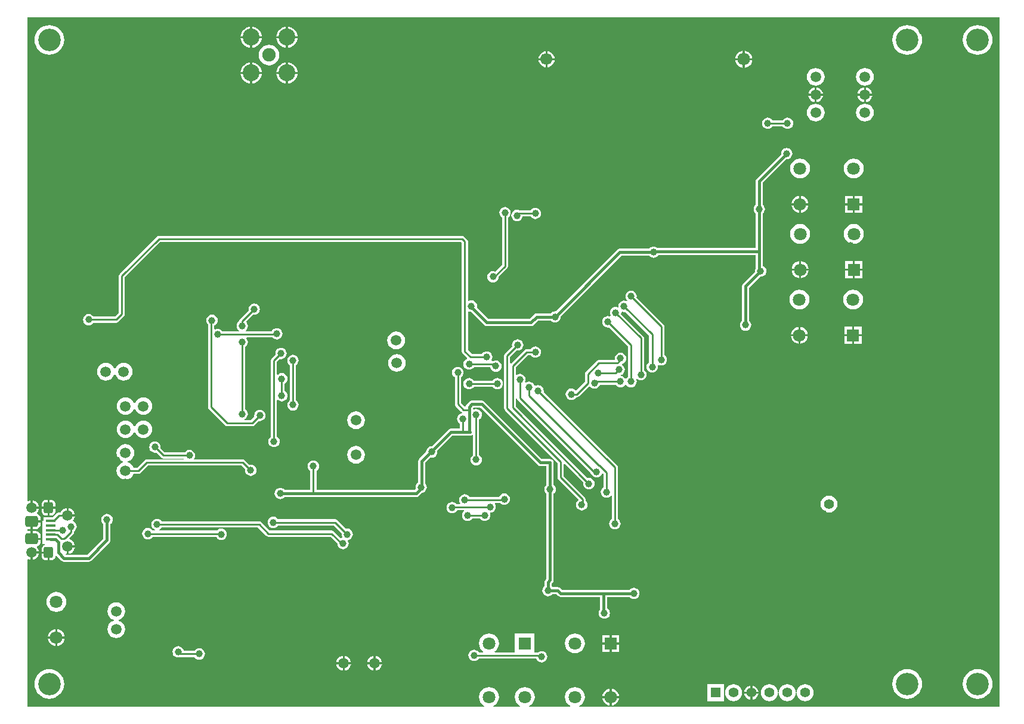
<source format=gbl>
G04 Layer_Physical_Order=2*
G04 Layer_Color=16711680*
%FSLAX44Y44*%
%MOMM*%
G71*
G01*
G75*
%ADD54C,0.2500*%
%ADD57C,0.4000*%
%ADD59C,1.5000*%
%ADD60C,1.7000*%
%ADD61C,1.8000*%
%ADD62C,3.2000*%
%ADD63R,1.8000X1.8000*%
%ADD64C,1.4000*%
%ADD65R,1.4000X1.4000*%
%ADD66C,2.4000*%
%ADD67C,1.9000*%
%ADD68R,1.8000X1.8000*%
%ADD69C,1.0000*%
%ADD70R,1.3500X0.4000*%
G04:AMPARAMS|DCode=71|XSize=1.6mm|YSize=1.4mm|CornerRadius=0.35mm|HoleSize=0mm|Usage=FLASHONLY|Rotation=90.000|XOffset=0mm|YOffset=0mm|HoleType=Round|Shape=RoundedRectangle|*
%AMROUNDEDRECTD71*
21,1,1.6000,0.7000,0,0,90.0*
21,1,0.9000,1.4000,0,0,90.0*
1,1,0.7000,0.3500,0.4500*
1,1,0.7000,0.3500,-0.4500*
1,1,0.7000,-0.3500,-0.4500*
1,1,0.7000,-0.3500,0.4500*
%
%ADD71ROUNDEDRECTD71*%
G04:AMPARAMS|DCode=72|XSize=1.6mm|YSize=1.9mm|CornerRadius=0.4mm|HoleSize=0mm|Usage=FLASHONLY|Rotation=90.000|XOffset=0mm|YOffset=0mm|HoleType=Round|Shape=RoundedRectangle|*
%AMROUNDEDRECTD72*
21,1,1.6000,1.1000,0,0,90.0*
21,1,0.8000,1.9000,0,0,90.0*
1,1,0.8000,0.5500,0.4000*
1,1,0.8000,0.5500,-0.4000*
1,1,0.8000,-0.5500,-0.4000*
1,1,0.8000,-0.5500,0.4000*
%
%ADD72ROUNDEDRECTD72*%
G36*
X2790000Y640000D02*
X2193786D01*
X2193534Y641270D01*
X2194260Y641571D01*
X2197185Y643815D01*
X2199429Y646740D01*
X2200840Y650145D01*
X2201321Y653800D01*
X2200840Y657455D01*
X2199429Y660860D01*
X2197185Y663785D01*
X2194260Y666029D01*
X2190855Y667440D01*
X2187200Y667921D01*
X2183545Y667440D01*
X2180140Y666029D01*
X2177215Y663785D01*
X2174971Y660860D01*
X2173560Y657455D01*
X2173079Y653800D01*
X2173560Y650145D01*
X2174971Y646740D01*
X2177215Y643815D01*
X2180140Y641571D01*
X2180866Y641270D01*
X2180614Y640000D01*
X2122586D01*
X2122334Y641270D01*
X2123060Y641571D01*
X2125985Y643815D01*
X2128229Y646740D01*
X2129640Y650145D01*
X2130121Y653800D01*
X2129640Y657455D01*
X2128229Y660860D01*
X2125985Y663785D01*
X2123060Y666029D01*
X2119655Y667440D01*
X2116000Y667921D01*
X2112345Y667440D01*
X2108940Y666029D01*
X2106015Y663785D01*
X2103771Y660860D01*
X2102360Y657455D01*
X2101879Y653800D01*
X2102360Y650145D01*
X2103771Y646740D01*
X2106015Y643815D01*
X2108940Y641571D01*
X2109666Y641270D01*
X2109414Y640000D01*
X2071786D01*
X2071534Y641270D01*
X2072260Y641571D01*
X2075185Y643815D01*
X2077429Y646740D01*
X2078840Y650145D01*
X2079321Y653800D01*
X2078840Y657455D01*
X2077429Y660860D01*
X2075185Y663785D01*
X2072260Y666029D01*
X2068855Y667440D01*
X2065200Y667921D01*
X2061545Y667440D01*
X2058140Y666029D01*
X2055215Y663785D01*
X2052971Y660860D01*
X2051560Y657455D01*
X2051079Y653800D01*
X2051560Y650145D01*
X2052971Y646740D01*
X2055215Y643815D01*
X2058140Y641571D01*
X2058866Y641270D01*
X2058614Y640000D01*
X1410000D01*
Y849124D01*
X1411270Y849844D01*
X1413259Y849020D01*
X1414500Y848857D01*
Y859250D01*
X1416000D01*
Y860750D01*
X1426393D01*
X1426230Y861991D01*
X1425172Y864545D01*
X1423667Y866507D01*
X1423784Y867455D01*
X1423990Y867955D01*
X1425030Y868385D01*
X1426492Y869508D01*
X1427614Y870970D01*
X1428320Y872673D01*
X1428560Y874500D01*
Y877000D01*
X1416000D01*
Y878500D01*
X1414500D01*
Y889560D01*
X1410500D01*
X1410000Y889999D01*
Y892001D01*
X1410500Y892440D01*
X1414500D01*
Y903500D01*
X1416000D01*
Y905000D01*
X1428560D01*
Y907500D01*
X1428320Y909327D01*
X1427614Y911030D01*
X1426492Y912492D01*
X1425030Y913615D01*
X1423990Y914045D01*
X1423784Y914545D01*
X1423667Y915493D01*
X1425172Y917455D01*
X1426230Y920009D01*
X1426393Y921250D01*
X1416000D01*
Y922750D01*
X1414500D01*
Y933143D01*
X1413259Y932980D01*
X1411270Y932156D01*
X1410000Y932876D01*
Y1620000D01*
X2790000D01*
Y640000D01*
D02*
G37*
%LPC*%
G36*
X1729100Y1606325D02*
Y1592900D01*
X1742525D01*
X1742383Y1594341D01*
X1741525Y1597168D01*
X1740132Y1599774D01*
X1738258Y1602058D01*
X1735974Y1603932D01*
X1733368Y1605325D01*
X1730540Y1606183D01*
X1729100Y1606325D01*
D02*
G37*
G36*
X1779900D02*
Y1592900D01*
X1793325D01*
X1793183Y1594341D01*
X1792325Y1597168D01*
X1790932Y1599774D01*
X1789058Y1602058D01*
X1786774Y1603932D01*
X1784168Y1605325D01*
X1781340Y1606183D01*
X1779900Y1606325D01*
D02*
G37*
G36*
X1726100Y1606325D02*
X1724659Y1606183D01*
X1721832Y1605325D01*
X1719226Y1603932D01*
X1716942Y1602058D01*
X1715068Y1599774D01*
X1713675Y1597168D01*
X1712817Y1594341D01*
X1712675Y1592900D01*
X1726100D01*
Y1606325D01*
D02*
G37*
G36*
X1776900D02*
X1775459Y1606183D01*
X1772632Y1605325D01*
X1770026Y1603932D01*
X1767742Y1602058D01*
X1765868Y1599774D01*
X1764475Y1597168D01*
X1763617Y1594341D01*
X1763475Y1592900D01*
X1776900D01*
Y1606325D01*
D02*
G37*
G36*
Y1589900D02*
X1763475D01*
X1763617Y1588459D01*
X1764475Y1585632D01*
X1765868Y1583026D01*
X1767742Y1580742D01*
X1770026Y1578868D01*
X1772632Y1577475D01*
X1775459Y1576617D01*
X1776900Y1576475D01*
Y1589900D01*
D02*
G37*
G36*
X1726100D02*
X1712675D01*
X1712817Y1588459D01*
X1713675Y1585632D01*
X1715068Y1583026D01*
X1716942Y1580742D01*
X1719226Y1578868D01*
X1721832Y1577475D01*
X1724659Y1576617D01*
X1726100Y1576475D01*
Y1589900D01*
D02*
G37*
G36*
X1793325D02*
X1779900D01*
Y1576475D01*
X1781340Y1576617D01*
X1784168Y1577475D01*
X1786774Y1578868D01*
X1789058Y1580742D01*
X1790932Y1583026D01*
X1792325Y1585632D01*
X1793183Y1588459D01*
X1793325Y1589900D01*
D02*
G37*
G36*
X1742525D02*
X1729100D01*
Y1576475D01*
X1730540Y1576617D01*
X1733368Y1577475D01*
X1735974Y1578868D01*
X1738258Y1580742D01*
X1740132Y1583026D01*
X1741525Y1585632D01*
X1742383Y1588459D01*
X1742525Y1589900D01*
D02*
G37*
G36*
X2759000Y1608602D02*
X2754883Y1608196D01*
X2750924Y1606995D01*
X2747276Y1605045D01*
X2744078Y1602421D01*
X2741454Y1599223D01*
X2739504Y1595575D01*
X2738304Y1591617D01*
X2737898Y1587500D01*
X2738304Y1583383D01*
X2739504Y1579425D01*
X2741454Y1575777D01*
X2744078Y1572579D01*
X2747276Y1569955D01*
X2750924Y1568005D01*
X2754883Y1566804D01*
X2759000Y1566398D01*
X2763116Y1566804D01*
X2767075Y1568005D01*
X2770723Y1569955D01*
X2773921Y1572579D01*
X2776545Y1575777D01*
X2778495Y1579425D01*
X2779696Y1583383D01*
X2780101Y1587500D01*
X2779696Y1591617D01*
X2778495Y1595575D01*
X2776545Y1599223D01*
X2773921Y1602421D01*
X2770723Y1605045D01*
X2767075Y1606995D01*
X2763116Y1608196D01*
X2759000Y1608602D01*
D02*
G37*
G36*
X2659000D02*
X2654883Y1608196D01*
X2650924Y1606995D01*
X2647276Y1605045D01*
X2644078Y1602421D01*
X2641454Y1599223D01*
X2639504Y1595575D01*
X2638304Y1591617D01*
X2637898Y1587500D01*
X2638304Y1583383D01*
X2639504Y1579425D01*
X2641454Y1575777D01*
X2644078Y1572579D01*
X2647276Y1569955D01*
X2650924Y1568005D01*
X2654883Y1566804D01*
X2659000Y1566398D01*
X2663116Y1566804D01*
X2667075Y1568005D01*
X2670723Y1569955D01*
X2673921Y1572579D01*
X2676545Y1575777D01*
X2678495Y1579425D01*
X2679696Y1583383D01*
X2680101Y1587500D01*
X2679696Y1591617D01*
X2678495Y1595575D01*
X2676545Y1599223D01*
X2673921Y1602421D01*
X2670723Y1605045D01*
X2667075Y1606995D01*
X2663116Y1608196D01*
X2659000Y1608602D01*
D02*
G37*
G36*
X1441000D02*
X1436883Y1608196D01*
X1432924Y1606995D01*
X1429276Y1605045D01*
X1426079Y1602421D01*
X1423454Y1599223D01*
X1421504Y1595575D01*
X1420304Y1591617D01*
X1419898Y1587500D01*
X1420304Y1583383D01*
X1421504Y1579425D01*
X1423454Y1575777D01*
X1426079Y1572579D01*
X1429276Y1569955D01*
X1432924Y1568005D01*
X1436883Y1566804D01*
X1441000Y1566398D01*
X1445116Y1566804D01*
X1449075Y1568005D01*
X1452723Y1569955D01*
X1455921Y1572579D01*
X1458545Y1575777D01*
X1460495Y1579425D01*
X1461696Y1583383D01*
X1462101Y1587500D01*
X1461696Y1591617D01*
X1460495Y1595575D01*
X1458545Y1599223D01*
X1455921Y1602421D01*
X1452723Y1605045D01*
X1449075Y1606995D01*
X1445116Y1608196D01*
X1441000Y1608602D01*
D02*
G37*
G36*
X2428500Y1571906D02*
Y1561500D01*
X2438906D01*
X2438691Y1563133D01*
X2437482Y1566052D01*
X2435558Y1568559D01*
X2433052Y1570482D01*
X2430133Y1571691D01*
X2428500Y1571906D01*
D02*
G37*
G36*
X2148500Y1571402D02*
Y1561500D01*
X2158402D01*
X2158204Y1563002D01*
X2157045Y1565800D01*
X2155202Y1568202D01*
X2152800Y1570045D01*
X2150002Y1571204D01*
X2148500Y1571402D01*
D02*
G37*
G36*
X2145500Y1571402D02*
X2143998Y1571204D01*
X2141200Y1570045D01*
X2138798Y1568202D01*
X2136955Y1565800D01*
X2135796Y1563002D01*
X2135598Y1561500D01*
X2145500D01*
Y1571402D01*
D02*
G37*
G36*
X2425500Y1571906D02*
X2423867Y1571691D01*
X2420948Y1570482D01*
X2418441Y1568559D01*
X2416518Y1566052D01*
X2415309Y1563133D01*
X2415094Y1561500D01*
X2425500D01*
Y1571906D01*
D02*
G37*
G36*
X1753000Y1580625D02*
X1749215Y1580127D01*
X1745687Y1578666D01*
X1742659Y1576342D01*
X1740334Y1573313D01*
X1738873Y1569785D01*
X1738375Y1566000D01*
X1738873Y1562215D01*
X1740334Y1558687D01*
X1742659Y1555659D01*
X1745687Y1553334D01*
X1749215Y1551873D01*
X1753000Y1551375D01*
X1756785Y1551873D01*
X1760313Y1553334D01*
X1763342Y1555659D01*
X1765666Y1558687D01*
X1767127Y1562215D01*
X1767625Y1566000D01*
X1767127Y1569785D01*
X1765666Y1573313D01*
X1763342Y1576342D01*
X1760313Y1578666D01*
X1756785Y1580127D01*
X1753000Y1580625D01*
D02*
G37*
G36*
X2158402Y1558500D02*
X2148500D01*
Y1548598D01*
X2150002Y1548796D01*
X2152800Y1549955D01*
X2155202Y1551798D01*
X2157045Y1554200D01*
X2158204Y1556998D01*
X2158402Y1558500D01*
D02*
G37*
G36*
X2145500D02*
X2135598D01*
X2135796Y1556998D01*
X2136955Y1554200D01*
X2138798Y1551798D01*
X2141200Y1549955D01*
X2143998Y1548796D01*
X2145500Y1548598D01*
Y1558500D01*
D02*
G37*
G36*
X2438906D02*
X2428500D01*
Y1548094D01*
X2430133Y1548309D01*
X2433052Y1549518D01*
X2435558Y1551441D01*
X2437482Y1553948D01*
X2438691Y1556867D01*
X2438906Y1558500D01*
D02*
G37*
G36*
X2425500D02*
X2415094D01*
X2415309Y1556867D01*
X2416518Y1553948D01*
X2418441Y1551441D01*
X2420948Y1549518D01*
X2423867Y1548309D01*
X2425500Y1548094D01*
Y1558500D01*
D02*
G37*
G36*
X1729100Y1555525D02*
Y1542100D01*
X1742525D01*
X1742383Y1543540D01*
X1741525Y1546368D01*
X1740132Y1548974D01*
X1738258Y1551258D01*
X1735974Y1553132D01*
X1733368Y1554525D01*
X1730540Y1555383D01*
X1729100Y1555525D01*
D02*
G37*
G36*
X1779900D02*
Y1542100D01*
X1793325D01*
X1793183Y1543540D01*
X1792325Y1546368D01*
X1790932Y1548974D01*
X1789058Y1551258D01*
X1786774Y1553132D01*
X1784168Y1554525D01*
X1781340Y1555383D01*
X1779900Y1555525D01*
D02*
G37*
G36*
X1726100Y1555525D02*
X1724659Y1555383D01*
X1721832Y1554525D01*
X1719226Y1553132D01*
X1716942Y1551258D01*
X1715068Y1548974D01*
X1713675Y1546368D01*
X1712817Y1543540D01*
X1712675Y1542100D01*
X1726100D01*
Y1555525D01*
D02*
G37*
G36*
X1776900D02*
X1775459Y1555383D01*
X1772632Y1554525D01*
X1770026Y1553132D01*
X1767742Y1551258D01*
X1765868Y1548974D01*
X1764475Y1546368D01*
X1763617Y1543540D01*
X1763475Y1542100D01*
X1776900D01*
Y1555525D01*
D02*
G37*
G36*
Y1539100D02*
X1763475D01*
X1763617Y1537659D01*
X1764475Y1534832D01*
X1765868Y1532226D01*
X1767742Y1529942D01*
X1770026Y1528068D01*
X1772632Y1526675D01*
X1775459Y1525817D01*
X1776900Y1525675D01*
Y1539100D01*
D02*
G37*
G36*
X1726100D02*
X1712675D01*
X1712817Y1537659D01*
X1713675Y1534832D01*
X1715068Y1532226D01*
X1716942Y1529942D01*
X1719226Y1528068D01*
X1721832Y1526675D01*
X1724659Y1525817D01*
X1726100Y1525675D01*
Y1539100D01*
D02*
G37*
G36*
X1793325D02*
X1779900D01*
Y1525675D01*
X1781340Y1525817D01*
X1784168Y1526675D01*
X1786774Y1528068D01*
X1789058Y1529942D01*
X1790932Y1532226D01*
X1792325Y1534832D01*
X1793183Y1537659D01*
X1793325Y1539100D01*
D02*
G37*
G36*
X1742525D02*
X1729100D01*
Y1525675D01*
X1730540Y1525817D01*
X1733368Y1526675D01*
X1735974Y1528068D01*
X1738258Y1529942D01*
X1740132Y1532226D01*
X1741525Y1534832D01*
X1742383Y1537659D01*
X1742525Y1539100D01*
D02*
G37*
G36*
X2599000Y1547608D02*
X2595737Y1547178D01*
X2592696Y1545919D01*
X2590085Y1543915D01*
X2588081Y1541304D01*
X2586822Y1538263D01*
X2586392Y1535000D01*
X2586822Y1531737D01*
X2588081Y1528696D01*
X2590085Y1526085D01*
X2592696Y1524081D01*
X2595737Y1522822D01*
X2599000Y1522392D01*
X2602263Y1522822D01*
X2605304Y1524081D01*
X2607915Y1526085D01*
X2609919Y1528696D01*
X2611178Y1531737D01*
X2611608Y1535000D01*
X2611178Y1538263D01*
X2609919Y1541304D01*
X2607915Y1543915D01*
X2605304Y1545919D01*
X2602263Y1547178D01*
X2599000Y1547608D01*
D02*
G37*
G36*
X2529000D02*
X2525737Y1547178D01*
X2522696Y1545919D01*
X2520085Y1543915D01*
X2518081Y1541304D01*
X2516822Y1538263D01*
X2516392Y1535000D01*
X2516822Y1531737D01*
X2518081Y1528696D01*
X2520085Y1526085D01*
X2522696Y1524081D01*
X2525737Y1522822D01*
X2529000Y1522392D01*
X2532263Y1522822D01*
X2535304Y1524081D01*
X2537915Y1526085D01*
X2539919Y1528696D01*
X2541178Y1531737D01*
X2541608Y1535000D01*
X2541178Y1538263D01*
X2539919Y1541304D01*
X2537915Y1543915D01*
X2535304Y1545919D01*
X2532263Y1547178D01*
X2529000Y1547608D01*
D02*
G37*
G36*
X2600500Y1519993D02*
Y1511100D01*
X2609393D01*
X2609230Y1512341D01*
X2608172Y1514895D01*
X2606489Y1517089D01*
X2604295Y1518772D01*
X2601741Y1519830D01*
X2600500Y1519993D01*
D02*
G37*
G36*
X2597500D02*
X2596259Y1519830D01*
X2593705Y1518772D01*
X2591511Y1517089D01*
X2589828Y1514895D01*
X2588770Y1512341D01*
X2588607Y1511100D01*
X2597500D01*
Y1519993D01*
D02*
G37*
G36*
X2530500D02*
Y1511100D01*
X2539393D01*
X2539230Y1512341D01*
X2538172Y1514895D01*
X2536489Y1517089D01*
X2534295Y1518772D01*
X2531741Y1519830D01*
X2530500Y1519993D01*
D02*
G37*
G36*
X2527500D02*
X2526259Y1519830D01*
X2523705Y1518772D01*
X2521511Y1517089D01*
X2519828Y1514895D01*
X2518770Y1512341D01*
X2518607Y1511100D01*
X2527500D01*
Y1519993D01*
D02*
G37*
G36*
X2609393Y1508100D02*
X2600500D01*
Y1499207D01*
X2601741Y1499370D01*
X2604295Y1500428D01*
X2606489Y1502111D01*
X2608172Y1504305D01*
X2609230Y1506859D01*
X2609393Y1508100D01*
D02*
G37*
G36*
X2597500D02*
X2588607D01*
X2588770Y1506859D01*
X2589828Y1504305D01*
X2591511Y1502111D01*
X2593705Y1500428D01*
X2596259Y1499370D01*
X2597500Y1499207D01*
Y1508100D01*
D02*
G37*
G36*
X2539393D02*
X2530500D01*
Y1499207D01*
X2531741Y1499370D01*
X2534295Y1500428D01*
X2536489Y1502111D01*
X2538172Y1504305D01*
X2539230Y1506859D01*
X2539393Y1508100D01*
D02*
G37*
G36*
X2527500D02*
X2518607D01*
X2518770Y1506859D01*
X2519828Y1504305D01*
X2521511Y1502111D01*
X2523705Y1500428D01*
X2526259Y1499370D01*
X2527500Y1499207D01*
Y1508100D01*
D02*
G37*
G36*
X2489000Y1477069D02*
X2486912Y1476794D01*
X2484966Y1475988D01*
X2483294Y1474706D01*
X2482241Y1473333D01*
X2467759D01*
X2466706Y1474706D01*
X2465034Y1475988D01*
X2463088Y1476794D01*
X2461000Y1477069D01*
X2458912Y1476794D01*
X2456965Y1475988D01*
X2455294Y1474706D01*
X2454012Y1473035D01*
X2453206Y1471088D01*
X2452931Y1469000D01*
X2453206Y1466912D01*
X2454012Y1464966D01*
X2455294Y1463294D01*
X2456965Y1462012D01*
X2458912Y1461206D01*
X2461000Y1460931D01*
X2463088Y1461206D01*
X2465034Y1462012D01*
X2466706Y1463294D01*
X2467759Y1464667D01*
X2482241D01*
X2483294Y1463294D01*
X2484966Y1462012D01*
X2486912Y1461206D01*
X2489000Y1460931D01*
X2491088Y1461206D01*
X2493035Y1462012D01*
X2494706Y1463294D01*
X2495988Y1464966D01*
X2496794Y1466912D01*
X2497069Y1469000D01*
X2496794Y1471088D01*
X2495988Y1473035D01*
X2494706Y1474706D01*
X2493035Y1475988D01*
X2491088Y1476794D01*
X2489000Y1477069D01*
D02*
G37*
G36*
X2599000Y1496808D02*
X2595737Y1496378D01*
X2592696Y1495119D01*
X2590085Y1493115D01*
X2588081Y1490504D01*
X2586822Y1487463D01*
X2586392Y1484200D01*
X2586822Y1480937D01*
X2588081Y1477896D01*
X2590085Y1475285D01*
X2592696Y1473281D01*
X2595737Y1472022D01*
X2599000Y1471592D01*
X2602263Y1472022D01*
X2605304Y1473281D01*
X2607915Y1475285D01*
X2609919Y1477896D01*
X2611178Y1480937D01*
X2611608Y1484200D01*
X2611178Y1487463D01*
X2609919Y1490504D01*
X2607915Y1493115D01*
X2605304Y1495119D01*
X2602263Y1496378D01*
X2599000Y1496808D01*
D02*
G37*
G36*
X2529000D02*
X2525737Y1496378D01*
X2522696Y1495119D01*
X2520085Y1493115D01*
X2518081Y1490504D01*
X2516822Y1487463D01*
X2516392Y1484200D01*
X2516822Y1480937D01*
X2518081Y1477896D01*
X2520085Y1475285D01*
X2522696Y1473281D01*
X2525737Y1472022D01*
X2529000Y1471592D01*
X2532263Y1472022D01*
X2535304Y1473281D01*
X2537915Y1475285D01*
X2539919Y1477896D01*
X2541178Y1480937D01*
X2541608Y1484200D01*
X2541178Y1487463D01*
X2539919Y1490504D01*
X2537915Y1493115D01*
X2535304Y1495119D01*
X2532263Y1496378D01*
X2529000Y1496808D01*
D02*
G37*
G36*
X2488000Y1434069D02*
X2485912Y1433794D01*
X2483965Y1432988D01*
X2482294Y1431706D01*
X2481012Y1430034D01*
X2480206Y1428088D01*
X2479931Y1426000D01*
X2480031Y1425240D01*
X2445395Y1390605D01*
X2444290Y1388951D01*
X2443902Y1387000D01*
Y1353172D01*
X2443294Y1352706D01*
X2442012Y1351035D01*
X2441206Y1349088D01*
X2440931Y1347000D01*
X2441206Y1344912D01*
X2442012Y1342966D01*
X2443294Y1341294D01*
X2443902Y1340828D01*
Y1292098D01*
X2304194D01*
X2303035Y1292988D01*
X2301088Y1293794D01*
X2299000Y1294069D01*
X2296912Y1293794D01*
X2294966Y1292988D01*
X2293294Y1291706D01*
X2292828Y1291098D01*
X2251000D01*
X2249049Y1290710D01*
X2247395Y1289605D01*
X2159760Y1201969D01*
X2159000Y1202069D01*
X2156912Y1201794D01*
X2154966Y1200988D01*
X2153294Y1199706D01*
X2152828Y1199098D01*
X2133000D01*
X2131049Y1198710D01*
X2129395Y1197605D01*
X2122888Y1191098D01*
X2064112D01*
X2048021Y1207188D01*
X2048044Y1207243D01*
X2048319Y1209331D01*
X2048044Y1211420D01*
X2047238Y1213366D01*
X2045956Y1215037D01*
X2044285Y1216319D01*
X2042338Y1217125D01*
X2040250Y1217400D01*
X2038162Y1217125D01*
X2036603Y1216480D01*
X2035333Y1217096D01*
Y1301000D01*
X2035003Y1302658D01*
X2034064Y1304064D01*
X2030064Y1308064D01*
X2028658Y1309003D01*
X2027000Y1309333D01*
X1597000D01*
X1595342Y1309003D01*
X1593936Y1308064D01*
X1540936Y1255064D01*
X1539997Y1253658D01*
X1539667Y1252000D01*
Y1199795D01*
X1534205Y1194333D01*
X1503759D01*
X1502706Y1195706D01*
X1501035Y1196988D01*
X1499088Y1197794D01*
X1497000Y1198069D01*
X1494912Y1197794D01*
X1492966Y1196988D01*
X1491294Y1195706D01*
X1490012Y1194035D01*
X1489206Y1192088D01*
X1488931Y1190000D01*
X1489206Y1187912D01*
X1490012Y1185965D01*
X1491294Y1184294D01*
X1492966Y1183012D01*
X1494912Y1182206D01*
X1497000Y1181931D01*
X1499088Y1182206D01*
X1501035Y1183012D01*
X1502706Y1184294D01*
X1503759Y1185667D01*
X1536000D01*
X1537658Y1185997D01*
X1539064Y1186936D01*
X1547064Y1194936D01*
X1548003Y1196342D01*
X1548333Y1198000D01*
Y1250205D01*
X1598795Y1300667D01*
X2025205D01*
X2026667Y1299205D01*
Y1145000D01*
X2026997Y1143342D01*
X2027936Y1141936D01*
X2034057Y1135815D01*
X2033759Y1134317D01*
X2032966Y1133988D01*
X2031294Y1132706D01*
X2030012Y1131034D01*
X2029206Y1129088D01*
X2028931Y1127000D01*
X2029206Y1124912D01*
X2030012Y1122965D01*
X2031294Y1121294D01*
X2032966Y1120012D01*
X2034912Y1119206D01*
X2037000Y1118931D01*
X2039088Y1119206D01*
X2041035Y1120012D01*
X2042706Y1121294D01*
X2043759Y1122667D01*
X2067106D01*
X2067206Y1121912D01*
X2068012Y1119966D01*
X2069294Y1118294D01*
X2070966Y1117012D01*
X2072912Y1116206D01*
X2075000Y1115931D01*
X2077088Y1116206D01*
X2079034Y1117012D01*
X2080706Y1118294D01*
X2081988Y1119966D01*
X2082794Y1121912D01*
X2083069Y1124000D01*
X2082794Y1126088D01*
X2081988Y1128035D01*
X2080706Y1129706D01*
X2079034Y1130988D01*
X2077088Y1131794D01*
X2075000Y1132069D01*
X2072912Y1131794D01*
X2071799Y1131333D01*
X2069171D01*
X2068609Y1132472D01*
X2068988Y1132965D01*
X2069794Y1134912D01*
X2070069Y1137000D01*
X2069794Y1139088D01*
X2068988Y1141034D01*
X2067706Y1142706D01*
X2066035Y1143988D01*
X2064088Y1144794D01*
X2062000Y1145069D01*
X2059912Y1144794D01*
X2057966Y1143988D01*
X2056294Y1142706D01*
X2055241Y1141333D01*
X2040795D01*
X2035333Y1146795D01*
Y1201566D01*
X2036603Y1202183D01*
X2038162Y1201537D01*
X2039419Y1201372D01*
X2058395Y1182395D01*
X2060049Y1181290D01*
X2062000Y1180902D01*
X2125000D01*
X2126951Y1181290D01*
X2128605Y1182395D01*
X2135112Y1188902D01*
X2152828D01*
X2153294Y1188294D01*
X2154966Y1187012D01*
X2156912Y1186206D01*
X2159000Y1185931D01*
X2161088Y1186206D01*
X2163035Y1187012D01*
X2164706Y1188294D01*
X2165988Y1189966D01*
X2166794Y1191912D01*
X2167069Y1194000D01*
X2166969Y1194760D01*
X2253112Y1280902D01*
X2292828D01*
X2293294Y1280294D01*
X2294966Y1279012D01*
X2296912Y1278206D01*
X2299000Y1277931D01*
X2301088Y1278206D01*
X2303035Y1279012D01*
X2304706Y1280294D01*
X2305939Y1281902D01*
X2443902D01*
Y1262769D01*
X2443206Y1261088D01*
X2442931Y1259000D01*
X2443031Y1258241D01*
X2425895Y1241105D01*
X2424790Y1239451D01*
X2424402Y1237500D01*
Y1188672D01*
X2423794Y1188206D01*
X2422512Y1186535D01*
X2421706Y1184588D01*
X2421431Y1182500D01*
X2421706Y1180412D01*
X2422512Y1178465D01*
X2423794Y1176794D01*
X2425466Y1175512D01*
X2427412Y1174706D01*
X2429500Y1174431D01*
X2431588Y1174706D01*
X2433535Y1175512D01*
X2435206Y1176794D01*
X2436488Y1178465D01*
X2437294Y1180412D01*
X2437569Y1182500D01*
X2437294Y1184588D01*
X2436488Y1186535D01*
X2435206Y1188206D01*
X2434598Y1188672D01*
Y1235388D01*
X2450241Y1251031D01*
X2451000Y1250931D01*
X2453088Y1251206D01*
X2455034Y1252012D01*
X2456706Y1253294D01*
X2457988Y1254966D01*
X2458794Y1256912D01*
X2459069Y1259000D01*
X2458794Y1261088D01*
X2457988Y1263035D01*
X2456706Y1264706D01*
X2455034Y1265988D01*
X2454098Y1266376D01*
Y1287000D01*
Y1340828D01*
X2454706Y1341294D01*
X2455988Y1342966D01*
X2456794Y1344912D01*
X2457069Y1347000D01*
X2456794Y1349088D01*
X2455988Y1351035D01*
X2454706Y1352706D01*
X2454098Y1353172D01*
Y1384888D01*
X2487240Y1418031D01*
X2488000Y1417931D01*
X2490088Y1418206D01*
X2492034Y1419012D01*
X2493706Y1420294D01*
X2494988Y1421965D01*
X2495794Y1423912D01*
X2496069Y1426000D01*
X2495794Y1428088D01*
X2494988Y1430034D01*
X2493706Y1431706D01*
X2492034Y1432988D01*
X2490088Y1433794D01*
X2488000Y1434069D01*
D02*
G37*
G36*
X2583000Y1418921D02*
X2579345Y1418440D01*
X2575940Y1417029D01*
X2573015Y1414785D01*
X2570771Y1411860D01*
X2569360Y1408455D01*
X2568879Y1404800D01*
X2569360Y1401145D01*
X2570771Y1397740D01*
X2573015Y1394815D01*
X2575940Y1392571D01*
X2579345Y1391160D01*
X2583000Y1390679D01*
X2586655Y1391160D01*
X2590060Y1392571D01*
X2592985Y1394815D01*
X2595229Y1397740D01*
X2596640Y1401145D01*
X2597121Y1404800D01*
X2596640Y1408455D01*
X2595229Y1411860D01*
X2592985Y1414785D01*
X2590060Y1417029D01*
X2586655Y1418440D01*
X2583000Y1418921D01*
D02*
G37*
G36*
X2506800D02*
X2503145Y1418440D01*
X2499740Y1417029D01*
X2496815Y1414785D01*
X2494571Y1411860D01*
X2493160Y1408455D01*
X2492679Y1404800D01*
X2493160Y1401145D01*
X2494571Y1397740D01*
X2496815Y1394815D01*
X2499740Y1392571D01*
X2503145Y1391160D01*
X2506800Y1390679D01*
X2510455Y1391160D01*
X2513860Y1392571D01*
X2516785Y1394815D01*
X2519029Y1397740D01*
X2520440Y1401145D01*
X2520921Y1404800D01*
X2520440Y1408455D01*
X2519029Y1411860D01*
X2516785Y1414785D01*
X2513860Y1417029D01*
X2510455Y1418440D01*
X2506800Y1418921D01*
D02*
G37*
G36*
X2595000Y1366000D02*
X2584500D01*
Y1355500D01*
X2595000D01*
Y1366000D01*
D02*
G37*
G36*
X2508300Y1365906D02*
Y1355500D01*
X2518706D01*
X2518491Y1357133D01*
X2517282Y1360052D01*
X2515358Y1362558D01*
X2512852Y1364482D01*
X2509933Y1365691D01*
X2508300Y1365906D01*
D02*
G37*
G36*
X2505300D02*
X2503667Y1365691D01*
X2500748Y1364482D01*
X2498241Y1362558D01*
X2496318Y1360052D01*
X2495109Y1357133D01*
X2494894Y1355500D01*
X2505300D01*
Y1365906D01*
D02*
G37*
G36*
X2581500Y1366000D02*
X2571000D01*
Y1355500D01*
X2581500D01*
Y1366000D01*
D02*
G37*
G36*
X2131000Y1349069D02*
X2128912Y1348794D01*
X2126965Y1347988D01*
X2125294Y1346706D01*
X2124241Y1345333D01*
X2108201D01*
X2107088Y1345794D01*
X2105000Y1346069D01*
X2102912Y1345794D01*
X2100966Y1344988D01*
X2099294Y1343706D01*
X2098012Y1342034D01*
X2097206Y1340088D01*
X2096931Y1338000D01*
X2097206Y1335912D01*
X2098012Y1333965D01*
X2099294Y1332294D01*
X2100966Y1331012D01*
X2102912Y1330206D01*
X2105000Y1329931D01*
X2107088Y1330206D01*
X2109034Y1331012D01*
X2110706Y1332294D01*
X2111988Y1333965D01*
X2112794Y1335912D01*
X2112894Y1336667D01*
X2124241D01*
X2125294Y1335294D01*
X2126965Y1334012D01*
X2128912Y1333206D01*
X2131000Y1332931D01*
X2133088Y1333206D01*
X2135034Y1334012D01*
X2136706Y1335294D01*
X2137988Y1336965D01*
X2138794Y1338912D01*
X2139069Y1341000D01*
X2138794Y1343088D01*
X2137988Y1345034D01*
X2136706Y1346706D01*
X2135034Y1347988D01*
X2133088Y1348794D01*
X2131000Y1349069D01*
D02*
G37*
G36*
X2518706Y1352500D02*
X2508300D01*
Y1342094D01*
X2509933Y1342309D01*
X2512852Y1343518D01*
X2515358Y1345441D01*
X2517282Y1347948D01*
X2518491Y1350867D01*
X2518706Y1352500D01*
D02*
G37*
G36*
X2505300D02*
X2494894D01*
X2495109Y1350867D01*
X2496318Y1347948D01*
X2498241Y1345441D01*
X2500748Y1343518D01*
X2503667Y1342309D01*
X2505300Y1342094D01*
Y1352500D01*
D02*
G37*
G36*
X2595000D02*
X2584500D01*
Y1342000D01*
X2595000D01*
Y1352500D01*
D02*
G37*
G36*
X2581500D02*
X2571000D01*
Y1342000D01*
X2581500D01*
Y1352500D01*
D02*
G37*
G36*
X2583170Y1325991D02*
X2579515Y1325510D01*
X2576110Y1324099D01*
X2573185Y1321855D01*
X2570941Y1318930D01*
X2569530Y1315525D01*
X2569049Y1311870D01*
X2569530Y1308215D01*
X2570941Y1304810D01*
X2573185Y1301885D01*
X2576110Y1299641D01*
X2579515Y1298230D01*
X2583170Y1297749D01*
X2586825Y1298230D01*
X2590230Y1299641D01*
X2593155Y1301885D01*
X2595399Y1304810D01*
X2596810Y1308215D01*
X2597291Y1311870D01*
X2596810Y1315525D01*
X2595399Y1318930D01*
X2593155Y1321855D01*
X2590230Y1324099D01*
X2586825Y1325510D01*
X2583170Y1325991D01*
D02*
G37*
G36*
X2506970D02*
X2503315Y1325510D01*
X2499910Y1324099D01*
X2496985Y1321855D01*
X2494741Y1318930D01*
X2493330Y1315525D01*
X2492849Y1311870D01*
X2493330Y1308215D01*
X2494741Y1304810D01*
X2496985Y1301885D01*
X2499910Y1299641D01*
X2503315Y1298230D01*
X2506970Y1297749D01*
X2510625Y1298230D01*
X2514030Y1299641D01*
X2516955Y1301885D01*
X2519199Y1304810D01*
X2520610Y1308215D01*
X2521091Y1311870D01*
X2520610Y1315525D01*
X2519199Y1318930D01*
X2516955Y1321855D01*
X2514030Y1324099D01*
X2510625Y1325510D01*
X2506970Y1325991D01*
D02*
G37*
G36*
X2595170Y1273070D02*
X2584670D01*
Y1262570D01*
X2595170D01*
Y1273070D01*
D02*
G37*
G36*
X2508470Y1272976D02*
Y1262570D01*
X2518876D01*
X2518661Y1264203D01*
X2517452Y1267122D01*
X2515529Y1269628D01*
X2513022Y1271552D01*
X2510103Y1272761D01*
X2508470Y1272976D01*
D02*
G37*
G36*
X2505470Y1272976D02*
X2503837Y1272761D01*
X2500918Y1271552D01*
X2498412Y1269628D01*
X2496488Y1267122D01*
X2495279Y1264203D01*
X2495064Y1262570D01*
X2505470D01*
Y1272976D01*
D02*
G37*
G36*
X2581670Y1273070D02*
X2571170D01*
Y1262570D01*
X2581670D01*
Y1273070D01*
D02*
G37*
G36*
X2088000Y1350069D02*
X2085912Y1349794D01*
X2083965Y1348988D01*
X2082294Y1347706D01*
X2081012Y1346035D01*
X2080206Y1344088D01*
X2079931Y1342000D01*
X2080206Y1339912D01*
X2081012Y1337966D01*
X2082294Y1336294D01*
X2083667Y1335241D01*
Y1267796D01*
X2074203Y1258333D01*
X2073087Y1258795D01*
X2070999Y1259070D01*
X2068910Y1258795D01*
X2066964Y1257989D01*
X2065293Y1256706D01*
X2064011Y1255035D01*
X2063205Y1253089D01*
X2062930Y1251001D01*
X2063205Y1248912D01*
X2064011Y1246966D01*
X2065293Y1245295D01*
X2066964Y1244013D01*
X2068910Y1243207D01*
X2070999Y1242932D01*
X2073087Y1243207D01*
X2075033Y1244013D01*
X2076704Y1245295D01*
X2077987Y1246966D01*
X2078793Y1248912D01*
X2079059Y1250932D01*
X2091064Y1262937D01*
X2092003Y1264343D01*
X2092333Y1266002D01*
Y1335241D01*
X2093706Y1336294D01*
X2094988Y1337966D01*
X2095794Y1339912D01*
X2096069Y1342000D01*
X2095794Y1344088D01*
X2094988Y1346035D01*
X2093706Y1347706D01*
X2092034Y1348988D01*
X2090088Y1349794D01*
X2088000Y1350069D01*
D02*
G37*
G36*
X2518876Y1259570D02*
X2508470D01*
Y1249164D01*
X2510103Y1249379D01*
X2513022Y1250588D01*
X2515529Y1252512D01*
X2517452Y1255018D01*
X2518661Y1257937D01*
X2518876Y1259570D01*
D02*
G37*
G36*
X2505470D02*
X2495064D01*
X2495279Y1257937D01*
X2496488Y1255018D01*
X2498412Y1252512D01*
X2500918Y1250588D01*
X2503837Y1249379D01*
X2505470Y1249164D01*
Y1259570D01*
D02*
G37*
G36*
X2595170D02*
X2584670D01*
Y1249070D01*
X2595170D01*
Y1259570D01*
D02*
G37*
G36*
X2581670D02*
X2571170D01*
Y1249070D01*
X2581670D01*
Y1259570D01*
D02*
G37*
G36*
X2267000Y1231069D02*
X2264912Y1230794D01*
X2262966Y1229988D01*
X2261294Y1228706D01*
X2260012Y1227035D01*
X2259206Y1225088D01*
X2258931Y1223000D01*
X2259206Y1220912D01*
X2260012Y1218966D01*
X2261294Y1217294D01*
X2261406Y1217209D01*
X2260765Y1216099D01*
X2259088Y1216794D01*
X2257000Y1217069D01*
X2254912Y1216794D01*
X2252966Y1215988D01*
X2251294Y1214706D01*
X2250012Y1213035D01*
X2249206Y1211088D01*
X2248931Y1209000D01*
X2249014Y1208371D01*
X2247850Y1207478D01*
X2247088Y1207794D01*
X2245000Y1208069D01*
X2242912Y1207794D01*
X2240966Y1206988D01*
X2239294Y1205706D01*
X2238012Y1204035D01*
X2237206Y1202088D01*
X2236931Y1200000D01*
X2237206Y1197912D01*
X2238012Y1195965D01*
X2238404Y1195455D01*
X2238334Y1195238D01*
X2236767Y1194513D01*
X2236088Y1194794D01*
X2234000Y1195069D01*
X2231912Y1194794D01*
X2229966Y1193988D01*
X2228294Y1192706D01*
X2227012Y1191034D01*
X2226206Y1189088D01*
X2225931Y1187000D01*
X2226206Y1184912D01*
X2227012Y1182965D01*
X2228294Y1181294D01*
X2229966Y1180012D01*
X2231912Y1179206D01*
X2234000Y1178931D01*
X2235715Y1179157D01*
X2262667Y1152205D01*
Y1108759D01*
X2261294Y1107706D01*
X2260240Y1106331D01*
X2259765Y1106219D01*
X2259235D01*
X2258760Y1106331D01*
X2257706Y1107706D01*
X2256035Y1108988D01*
X2254088Y1109794D01*
X2252379Y1110019D01*
X2252291Y1110378D01*
X2252331Y1111306D01*
X2254034Y1112012D01*
X2255706Y1113294D01*
X2256988Y1114966D01*
X2257794Y1116912D01*
X2258069Y1119000D01*
X2257794Y1121088D01*
X2256988Y1123035D01*
X2255706Y1124706D01*
X2254113Y1125928D01*
X2254076Y1126605D01*
X2254251Y1127273D01*
X2256035Y1128012D01*
X2257706Y1129294D01*
X2258988Y1130965D01*
X2259794Y1132912D01*
X2260069Y1135000D01*
X2259794Y1137088D01*
X2258988Y1139035D01*
X2257706Y1140706D01*
X2256035Y1141988D01*
X2254088Y1142794D01*
X2252000Y1143069D01*
X2249912Y1142794D01*
X2247966Y1141988D01*
X2246294Y1140706D01*
X2245012Y1139035D01*
X2244206Y1137088D01*
X2243931Y1135000D01*
X2244082Y1133853D01*
X2243041Y1132583D01*
X2221169D01*
X2219510Y1132253D01*
X2218105Y1131314D01*
X2202686Y1115895D01*
X2201747Y1114490D01*
X2201417Y1112831D01*
Y1101545D01*
X2189199Y1089327D01*
X2187932Y1089410D01*
X2187704Y1089707D01*
X2186033Y1090989D01*
X2184087Y1091795D01*
X2181998Y1092070D01*
X2179910Y1091795D01*
X2177964Y1090989D01*
X2176293Y1089707D01*
X2175011Y1088036D01*
X2174204Y1086089D01*
X2173929Y1084001D01*
X2174204Y1081913D01*
X2175011Y1079967D01*
X2176293Y1078295D01*
X2177964Y1077013D01*
X2179910Y1076207D01*
X2181998Y1075932D01*
X2184087Y1076207D01*
X2186033Y1077013D01*
X2187704Y1078295D01*
X2188757Y1079668D01*
X2190001D01*
X2191659Y1079998D01*
X2193065Y1080937D01*
X2207366Y1095238D01*
X2208634Y1095155D01*
X2209294Y1094294D01*
X2210966Y1093012D01*
X2212912Y1092206D01*
X2215000Y1091931D01*
X2217088Y1092206D01*
X2219034Y1093012D01*
X2220706Y1094294D01*
X2221988Y1095965D01*
X2222693Y1097667D01*
X2245241D01*
X2246294Y1096294D01*
X2247966Y1095012D01*
X2249912Y1094206D01*
X2252000Y1093931D01*
X2254088Y1094206D01*
X2256035Y1095012D01*
X2257706Y1096294D01*
X2258760Y1097669D01*
X2259235Y1097781D01*
X2259765D01*
X2260240Y1097669D01*
X2261294Y1096294D01*
X2262966Y1095012D01*
X2264912Y1094206D01*
X2267000Y1093931D01*
X2269088Y1094206D01*
X2271035Y1095012D01*
X2272706Y1096294D01*
X2273988Y1097965D01*
X2274794Y1099912D01*
X2275069Y1102000D01*
X2274794Y1104088D01*
X2274099Y1105765D01*
X2275209Y1106406D01*
X2275294Y1106294D01*
X2276965Y1105012D01*
X2278912Y1104206D01*
X2281000Y1103931D01*
X2283088Y1104206D01*
X2285034Y1105012D01*
X2286706Y1106294D01*
X2287988Y1107965D01*
X2288794Y1109912D01*
X2289069Y1112000D01*
X2288794Y1114088D01*
X2287988Y1116034D01*
X2286706Y1117706D01*
X2285333Y1118759D01*
Y1164000D01*
X2285003Y1165658D01*
X2284064Y1167064D01*
X2252843Y1198285D01*
X2253069Y1200000D01*
X2252986Y1200629D01*
X2254150Y1201522D01*
X2254912Y1201206D01*
X2257000Y1200931D01*
X2258715Y1201157D01*
X2292667Y1167205D01*
Y1129759D01*
X2291294Y1128706D01*
X2290012Y1127035D01*
X2289206Y1125088D01*
X2288931Y1123000D01*
X2289206Y1120912D01*
X2290012Y1118966D01*
X2291294Y1117294D01*
X2292966Y1116012D01*
X2294912Y1115206D01*
X2297000Y1114931D01*
X2299088Y1115206D01*
X2301035Y1116012D01*
X2302706Y1117294D01*
X2303988Y1118966D01*
X2304794Y1120912D01*
X2305069Y1123000D01*
X2304794Y1125088D01*
X2304659Y1125413D01*
X2305703Y1126214D01*
X2305966Y1126012D01*
X2307912Y1125206D01*
X2310000Y1124931D01*
X2312088Y1125206D01*
X2314034Y1126012D01*
X2315706Y1127294D01*
X2316988Y1128966D01*
X2317794Y1130912D01*
X2318069Y1133000D01*
X2317794Y1135088D01*
X2316988Y1137035D01*
X2315706Y1138706D01*
X2314333Y1139759D01*
Y1180000D01*
X2314003Y1181658D01*
X2313064Y1183064D01*
X2274843Y1221285D01*
X2275069Y1223000D01*
X2274794Y1225088D01*
X2273988Y1227035D01*
X2272706Y1228706D01*
X2271035Y1229988D01*
X2269088Y1230794D01*
X2267000Y1231069D01*
D02*
G37*
G36*
X2582170Y1232741D02*
X2578515Y1232259D01*
X2575110Y1230849D01*
X2572185Y1228605D01*
X2569941Y1225680D01*
X2568530Y1222274D01*
X2568049Y1218620D01*
X2568530Y1214965D01*
X2569941Y1211559D01*
X2572185Y1208635D01*
X2575110Y1206391D01*
X2578515Y1204980D01*
X2582170Y1204499D01*
X2585825Y1204980D01*
X2589230Y1206391D01*
X2592155Y1208635D01*
X2594399Y1211559D01*
X2595810Y1214965D01*
X2596291Y1218620D01*
X2595810Y1222274D01*
X2594399Y1225680D01*
X2592155Y1228605D01*
X2589230Y1230849D01*
X2585825Y1232259D01*
X2582170Y1232741D01*
D02*
G37*
G36*
X2505970D02*
X2502315Y1232259D01*
X2498910Y1230849D01*
X2495985Y1228605D01*
X2493741Y1225680D01*
X2492330Y1222274D01*
X2491849Y1218620D01*
X2492330Y1214965D01*
X2493741Y1211559D01*
X2495985Y1208635D01*
X2498910Y1206391D01*
X2502315Y1204980D01*
X2505970Y1204499D01*
X2509625Y1204980D01*
X2513030Y1206391D01*
X2515955Y1208635D01*
X2518199Y1211559D01*
X2519610Y1214965D01*
X2520091Y1218620D01*
X2519610Y1222274D01*
X2518199Y1225680D01*
X2515955Y1228605D01*
X2513030Y1230849D01*
X2509625Y1232259D01*
X2505970Y1232741D01*
D02*
G37*
G36*
X1732000Y1213069D02*
X1729912Y1212794D01*
X1727966Y1211988D01*
X1726294Y1210706D01*
X1725012Y1209035D01*
X1724206Y1207088D01*
X1723931Y1205000D01*
X1724157Y1203285D01*
X1711936Y1191064D01*
X1710997Y1189658D01*
X1710667Y1188000D01*
Y1187759D01*
X1709294Y1186706D01*
X1708012Y1185034D01*
X1707206Y1183088D01*
X1706931Y1181000D01*
X1707206Y1178912D01*
X1708012Y1176965D01*
X1709294Y1175294D01*
X1710195Y1174603D01*
X1709764Y1173333D01*
X1686759D01*
X1685706Y1174706D01*
X1684034Y1175988D01*
X1682088Y1176794D01*
X1680000Y1177069D01*
X1677912Y1176794D01*
X1676353Y1176149D01*
X1675083Y1176765D01*
Y1181618D01*
X1676035Y1182012D01*
X1677706Y1183294D01*
X1678988Y1184966D01*
X1679794Y1186912D01*
X1680069Y1189000D01*
X1679794Y1191088D01*
X1678988Y1193035D01*
X1677706Y1194706D01*
X1676035Y1195988D01*
X1674088Y1196794D01*
X1672000Y1197069D01*
X1669912Y1196794D01*
X1667966Y1195988D01*
X1666294Y1194706D01*
X1665012Y1193035D01*
X1664206Y1191088D01*
X1663931Y1189000D01*
X1664206Y1186912D01*
X1665012Y1184966D01*
X1666294Y1183294D01*
X1666417Y1183200D01*
Y1066250D01*
X1666747Y1064592D01*
X1667686Y1063186D01*
X1690936Y1039936D01*
X1692342Y1038997D01*
X1694000Y1038667D01*
X1729000D01*
X1730658Y1038997D01*
X1732064Y1039936D01*
X1738285Y1046157D01*
X1740000Y1045931D01*
X1742088Y1046206D01*
X1744034Y1047012D01*
X1745706Y1048294D01*
X1746988Y1049966D01*
X1747794Y1051912D01*
X1748069Y1054000D01*
X1747794Y1056088D01*
X1746988Y1058035D01*
X1745706Y1059706D01*
X1744034Y1060988D01*
X1742088Y1061794D01*
X1740000Y1062069D01*
X1737912Y1061794D01*
X1735966Y1060988D01*
X1734294Y1059706D01*
X1733012Y1058035D01*
X1732206Y1056088D01*
X1731931Y1054000D01*
X1732157Y1052285D01*
X1727205Y1047333D01*
X1718300D01*
X1718048Y1048603D01*
X1719034Y1049012D01*
X1720706Y1050294D01*
X1721988Y1051965D01*
X1722794Y1053912D01*
X1723069Y1056000D01*
X1722794Y1058088D01*
X1721988Y1060034D01*
X1720706Y1061706D01*
X1719333Y1062759D01*
Y1095000D01*
Y1151241D01*
X1720706Y1152294D01*
X1721988Y1153966D01*
X1722794Y1155912D01*
X1723069Y1158000D01*
X1722794Y1160088D01*
X1721988Y1162035D01*
X1720943Y1163397D01*
X1721388Y1164667D01*
X1758009D01*
X1758294Y1164294D01*
X1759966Y1163012D01*
X1761912Y1162206D01*
X1764000Y1161931D01*
X1766088Y1162206D01*
X1768035Y1163012D01*
X1769706Y1164294D01*
X1770988Y1165965D01*
X1771794Y1167912D01*
X1772069Y1170000D01*
X1771794Y1172088D01*
X1770988Y1174035D01*
X1769706Y1175706D01*
X1768035Y1176988D01*
X1766088Y1177794D01*
X1764000Y1178069D01*
X1761912Y1177794D01*
X1759966Y1176988D01*
X1758294Y1175706D01*
X1757012Y1174035D01*
X1756722Y1173333D01*
X1720236D01*
X1719805Y1174603D01*
X1720706Y1175294D01*
X1721988Y1176965D01*
X1722794Y1178912D01*
X1723069Y1181000D01*
X1722794Y1183088D01*
X1721988Y1185034D01*
X1720706Y1186706D01*
X1720652Y1187524D01*
X1730285Y1197157D01*
X1732000Y1196931D01*
X1734088Y1197206D01*
X1736035Y1198012D01*
X1737706Y1199294D01*
X1738988Y1200965D01*
X1739794Y1202912D01*
X1740069Y1205000D01*
X1739794Y1207088D01*
X1738988Y1209035D01*
X1737706Y1210706D01*
X1736035Y1211988D01*
X1734088Y1212794D01*
X1732000Y1213069D01*
D02*
G37*
G36*
X2594170Y1179820D02*
X2583670D01*
Y1169320D01*
X2594170D01*
Y1179820D01*
D02*
G37*
G36*
X2507470Y1179726D02*
Y1169320D01*
X2517876D01*
X2517661Y1170952D01*
X2516452Y1173872D01*
X2514529Y1176378D01*
X2512022Y1178302D01*
X2509103Y1179511D01*
X2507470Y1179726D01*
D02*
G37*
G36*
X2504470Y1179726D02*
X2502837Y1179511D01*
X2499918Y1178302D01*
X2497411Y1176378D01*
X2495488Y1173872D01*
X2494279Y1170952D01*
X2494064Y1169320D01*
X2504470D01*
Y1179726D01*
D02*
G37*
G36*
X2580670Y1179820D02*
X2570170D01*
Y1169320D01*
X2580670D01*
Y1179820D01*
D02*
G37*
G36*
X2517876Y1166320D02*
X2507470D01*
Y1155914D01*
X2509103Y1156129D01*
X2512022Y1157338D01*
X2514529Y1159261D01*
X2516452Y1161768D01*
X2517661Y1164687D01*
X2517876Y1166320D01*
D02*
G37*
G36*
X2504470D02*
X2494064D01*
X2494279Y1164687D01*
X2495488Y1161768D01*
X2497411Y1159261D01*
X2499918Y1157338D01*
X2502837Y1156129D01*
X2504470Y1155914D01*
Y1166320D01*
D02*
G37*
G36*
X2594170D02*
X2583670D01*
Y1155820D01*
X2594170D01*
Y1166320D01*
D02*
G37*
G36*
X2580670D02*
X2570170D01*
Y1155820D01*
X2580670D01*
Y1166320D01*
D02*
G37*
G36*
X1933500Y1173108D02*
X1930237Y1172678D01*
X1927196Y1171419D01*
X1924585Y1169415D01*
X1922581Y1166804D01*
X1921322Y1163763D01*
X1920892Y1160500D01*
X1921322Y1157237D01*
X1922581Y1154196D01*
X1924585Y1151585D01*
X1927196Y1149581D01*
X1930237Y1148322D01*
X1933500Y1147892D01*
X1936763Y1148322D01*
X1939804Y1149581D01*
X1942415Y1151585D01*
X1944419Y1154196D01*
X1945678Y1157237D01*
X1946108Y1160500D01*
X1945678Y1163763D01*
X1944419Y1166804D01*
X1942415Y1169415D01*
X1939804Y1171419D01*
X1936763Y1172678D01*
X1933500Y1173108D01*
D02*
G37*
G36*
X2106000Y1162069D02*
X2103912Y1161794D01*
X2101965Y1160988D01*
X2100294Y1159706D01*
X2099012Y1158035D01*
X2098206Y1156088D01*
X2097931Y1154000D01*
X2098157Y1152285D01*
X2087936Y1142064D01*
X2086997Y1140658D01*
X2086667Y1139000D01*
Y1064000D01*
X2086997Y1062342D01*
X2087936Y1060936D01*
X2162667Y986205D01*
Y966000D01*
X2162997Y964342D01*
X2163936Y962936D01*
X2192237Y934635D01*
X2192154Y933368D01*
X2191293Y932707D01*
X2190010Y931036D01*
X2189204Y929090D01*
X2188929Y927001D01*
X2189204Y924913D01*
X2190010Y922967D01*
X2191293Y921296D01*
X2192964Y920013D01*
X2194910Y919207D01*
X2196998Y918932D01*
X2199087Y919207D01*
X2201033Y920013D01*
X2202704Y921296D01*
X2203986Y922967D01*
X2204792Y924913D01*
X2205067Y927001D01*
X2204792Y929090D01*
X2203986Y931036D01*
X2202704Y932707D01*
X2202333Y932992D01*
Y935000D01*
X2202003Y936658D01*
X2201064Y938064D01*
X2171333Y967795D01*
Y984879D01*
X2172507Y985365D01*
X2199157Y958715D01*
X2198931Y957000D01*
X2199206Y954912D01*
X2200012Y952965D01*
X2201294Y951294D01*
X2202966Y950012D01*
X2204912Y949206D01*
X2207000Y948931D01*
X2209088Y949206D01*
X2211035Y950012D01*
X2212706Y951294D01*
X2213988Y952965D01*
X2214794Y954912D01*
X2215069Y957000D01*
X2214794Y959088D01*
X2213988Y961034D01*
X2212706Y962706D01*
X2211035Y963988D01*
X2209088Y964794D01*
X2207000Y965069D01*
X2205285Y964843D01*
X2103333Y1066795D01*
Y1096404D01*
X2104603Y1097110D01*
X2104667Y1097070D01*
Y1079000D01*
X2104997Y1077342D01*
X2105936Y1075936D01*
X2210380Y971492D01*
X2211012Y969966D01*
X2212294Y968294D01*
X2213965Y967012D01*
X2215912Y966206D01*
X2218000Y965931D01*
X2220088Y966206D01*
X2222034Y967012D01*
X2223706Y968294D01*
X2224988Y969966D01*
X2225573Y971378D01*
X2226807Y971736D01*
X2227667Y971038D01*
Y951759D01*
X2226294Y950706D01*
X2225012Y949035D01*
X2224206Y947088D01*
X2223931Y945000D01*
X2224206Y942912D01*
X2225012Y940965D01*
X2226294Y939294D01*
X2227966Y938012D01*
X2229912Y937206D01*
X2232000Y936931D01*
X2234088Y937206D01*
X2236035Y938012D01*
X2237706Y939294D01*
X2238397Y940195D01*
X2239667Y939764D01*
Y906759D01*
X2238294Y905706D01*
X2237012Y904035D01*
X2236206Y902088D01*
X2235931Y900000D01*
X2236206Y897912D01*
X2237012Y895965D01*
X2238294Y894294D01*
X2239966Y893012D01*
X2241912Y892206D01*
X2244000Y891931D01*
X2246088Y892206D01*
X2248035Y893012D01*
X2249706Y894294D01*
X2250988Y895965D01*
X2251794Y897912D01*
X2252069Y900000D01*
X2251794Y902088D01*
X2250988Y904035D01*
X2249706Y905706D01*
X2248333Y906759D01*
Y980000D01*
X2248003Y981658D01*
X2247064Y983064D01*
X2142843Y1087285D01*
X2143069Y1089000D01*
X2142794Y1091088D01*
X2141988Y1093035D01*
X2140706Y1094706D01*
X2139034Y1095988D01*
X2137088Y1096794D01*
X2135000Y1097069D01*
X2132912Y1096794D01*
X2131082Y1096036D01*
X2130822Y1096047D01*
X2129605Y1096545D01*
X2128988Y1098035D01*
X2127706Y1099706D01*
X2126035Y1100988D01*
X2124088Y1101794D01*
X2122000Y1102069D01*
X2119912Y1101794D01*
X2117966Y1100988D01*
X2117455Y1100596D01*
X2117238Y1100666D01*
X2116513Y1102233D01*
X2116794Y1102912D01*
X2117069Y1105000D01*
X2116794Y1107088D01*
X2115988Y1109035D01*
X2114706Y1110706D01*
X2113035Y1111988D01*
X2111088Y1112794D01*
X2109000Y1113069D01*
X2106912Y1112794D01*
X2104966Y1111988D01*
X2104472Y1111609D01*
X2103333Y1112171D01*
Y1122205D01*
X2120795Y1139667D01*
X2124241D01*
X2125294Y1138294D01*
X2126965Y1137012D01*
X2128912Y1136206D01*
X2131000Y1135931D01*
X2133088Y1136206D01*
X2135034Y1137012D01*
X2136706Y1138294D01*
X2137988Y1139966D01*
X2138794Y1141912D01*
X2139069Y1144000D01*
X2138794Y1146088D01*
X2137988Y1148035D01*
X2136706Y1149706D01*
X2135034Y1150988D01*
X2133088Y1151794D01*
X2131000Y1152069D01*
X2128912Y1151794D01*
X2126965Y1150988D01*
X2125294Y1149706D01*
X2124241Y1148333D01*
X2119000D01*
X2117342Y1148003D01*
X2115936Y1147064D01*
X2096603Y1127731D01*
X2095333Y1128257D01*
Y1137205D01*
X2104285Y1146157D01*
X2106000Y1145931D01*
X2108088Y1146206D01*
X2110034Y1147012D01*
X2111706Y1148294D01*
X2112988Y1149966D01*
X2113794Y1151912D01*
X2114069Y1154000D01*
X2113794Y1156088D01*
X2112988Y1158035D01*
X2111706Y1159706D01*
X2110034Y1160988D01*
X2108088Y1161794D01*
X2106000Y1162069D01*
D02*
G37*
G36*
X1770000Y1150069D02*
X1767912Y1149794D01*
X1765966Y1148988D01*
X1764294Y1147706D01*
X1763012Y1146034D01*
X1762206Y1144088D01*
X1761931Y1142000D01*
X1762157Y1140285D01*
X1756936Y1135064D01*
X1755997Y1133658D01*
X1755667Y1132000D01*
Y1023759D01*
X1754294Y1022706D01*
X1753012Y1021034D01*
X1752206Y1019088D01*
X1751931Y1017000D01*
X1752206Y1014912D01*
X1753012Y1012965D01*
X1754294Y1011294D01*
X1755966Y1010012D01*
X1757912Y1009206D01*
X1760000Y1008931D01*
X1762088Y1009206D01*
X1764034Y1010012D01*
X1765706Y1011294D01*
X1766988Y1012965D01*
X1767794Y1014912D01*
X1768069Y1017000D01*
X1767794Y1019088D01*
X1766988Y1021034D01*
X1765706Y1022706D01*
X1764333Y1023759D01*
Y1075612D01*
X1765603Y1076057D01*
X1766965Y1075012D01*
X1768912Y1074206D01*
X1771000Y1073931D01*
X1773088Y1074206D01*
X1775034Y1075012D01*
X1776706Y1076294D01*
X1777988Y1077965D01*
X1778794Y1079912D01*
X1779069Y1082000D01*
X1778794Y1084088D01*
X1777988Y1086034D01*
X1776706Y1087706D01*
X1775333Y1088759D01*
Y1099241D01*
X1776706Y1100294D01*
X1777988Y1101965D01*
X1778794Y1103912D01*
X1779069Y1106000D01*
X1778794Y1108088D01*
X1777988Y1110034D01*
X1776706Y1111706D01*
X1775034Y1112988D01*
X1773088Y1113794D01*
X1771000Y1114069D01*
X1768912Y1113794D01*
X1766965Y1112988D01*
X1765603Y1111943D01*
X1764333Y1112388D01*
Y1130205D01*
X1768285Y1134157D01*
X1770000Y1133931D01*
X1772088Y1134206D01*
X1774034Y1135012D01*
X1775706Y1136294D01*
X1776988Y1137965D01*
X1777794Y1139912D01*
X1778069Y1142000D01*
X1777794Y1144088D01*
X1776988Y1146034D01*
X1775706Y1147706D01*
X1774034Y1148988D01*
X1772088Y1149794D01*
X1770000Y1150069D01*
D02*
G37*
G36*
X1546700Y1128718D02*
X1543437Y1128288D01*
X1540396Y1127029D01*
X1537785Y1125025D01*
X1535781Y1122414D01*
X1534652Y1119687D01*
X1534650Y1119687D01*
X1533350D01*
X1533348Y1119687D01*
X1532219Y1122414D01*
X1530215Y1125025D01*
X1527604Y1127029D01*
X1524563Y1128288D01*
X1521300Y1128718D01*
X1518037Y1128288D01*
X1514996Y1127029D01*
X1512385Y1125025D01*
X1510381Y1122414D01*
X1509122Y1119373D01*
X1508692Y1116110D01*
X1509122Y1112847D01*
X1510381Y1109806D01*
X1512385Y1107195D01*
X1514996Y1105191D01*
X1518037Y1103932D01*
X1521300Y1103502D01*
X1524563Y1103932D01*
X1527604Y1105191D01*
X1530215Y1107195D01*
X1532219Y1109806D01*
X1533348Y1112533D01*
X1533350Y1112533D01*
X1534650D01*
X1534652Y1112533D01*
X1535781Y1109806D01*
X1537785Y1107195D01*
X1540396Y1105191D01*
X1543437Y1103932D01*
X1546700Y1103502D01*
X1549963Y1103932D01*
X1553004Y1105191D01*
X1555615Y1107195D01*
X1557619Y1109806D01*
X1558878Y1112847D01*
X1559308Y1116110D01*
X1558878Y1119373D01*
X1557619Y1122414D01*
X1555615Y1125025D01*
X1553004Y1127029D01*
X1549963Y1128288D01*
X1546700Y1128718D01*
D02*
G37*
G36*
X1934500Y1141108D02*
X1931237Y1140678D01*
X1928196Y1139419D01*
X1925585Y1137415D01*
X1923581Y1134804D01*
X1922322Y1131763D01*
X1921892Y1128500D01*
X1922322Y1125237D01*
X1923581Y1122196D01*
X1925585Y1119585D01*
X1928196Y1117581D01*
X1931237Y1116322D01*
X1934500Y1115892D01*
X1937763Y1116322D01*
X1940804Y1117581D01*
X1943415Y1119585D01*
X1945419Y1122196D01*
X1946678Y1125237D01*
X1947108Y1128500D01*
X1946678Y1131763D01*
X1945419Y1134804D01*
X1943415Y1137415D01*
X1940804Y1139419D01*
X1937763Y1140678D01*
X1934500Y1141108D01*
D02*
G37*
G36*
X2077000Y1107069D02*
X2074912Y1106794D01*
X2072966Y1105988D01*
X2071294Y1104706D01*
X2070241Y1103333D01*
X2043759D01*
X2042706Y1104706D01*
X2041035Y1105988D01*
X2039088Y1106794D01*
X2037000Y1107069D01*
X2034912Y1106794D01*
X2032966Y1105988D01*
X2031294Y1104706D01*
X2030012Y1103035D01*
X2029206Y1101088D01*
X2028931Y1099000D01*
X2029206Y1096912D01*
X2030012Y1094966D01*
X2031294Y1093294D01*
X2032966Y1092012D01*
X2034912Y1091206D01*
X2037000Y1090931D01*
X2039088Y1091206D01*
X2041035Y1092012D01*
X2042706Y1093294D01*
X2043759Y1094667D01*
X2070241D01*
X2071294Y1093294D01*
X2072966Y1092012D01*
X2074912Y1091206D01*
X2077000Y1090931D01*
X2079088Y1091206D01*
X2081035Y1092012D01*
X2082706Y1093294D01*
X2083988Y1094966D01*
X2084794Y1096912D01*
X2085069Y1099000D01*
X2084794Y1101088D01*
X2083988Y1103035D01*
X2082706Y1104706D01*
X2081035Y1105988D01*
X2079088Y1106794D01*
X2077000Y1107069D01*
D02*
G37*
G36*
X1574700Y1079718D02*
X1571437Y1079288D01*
X1568396Y1078029D01*
X1565785Y1076025D01*
X1563781Y1073414D01*
X1562652Y1070687D01*
X1562650Y1070687D01*
X1561350D01*
X1561348Y1070687D01*
X1560219Y1073414D01*
X1558215Y1076025D01*
X1555604Y1078029D01*
X1552563Y1079288D01*
X1549300Y1079718D01*
X1546037Y1079288D01*
X1542996Y1078029D01*
X1540385Y1076025D01*
X1538381Y1073414D01*
X1537122Y1070373D01*
X1536692Y1067110D01*
X1537122Y1063847D01*
X1538381Y1060806D01*
X1540385Y1058195D01*
X1542996Y1056191D01*
X1546037Y1054932D01*
X1549300Y1054502D01*
X1552563Y1054932D01*
X1555604Y1056191D01*
X1558215Y1058195D01*
X1560219Y1060806D01*
X1561348Y1063533D01*
X1561350Y1063533D01*
X1562650D01*
X1562652Y1063533D01*
X1563781Y1060806D01*
X1565785Y1058195D01*
X1568396Y1056191D01*
X1571437Y1054932D01*
X1574700Y1054502D01*
X1577963Y1054932D01*
X1581004Y1056191D01*
X1583615Y1058195D01*
X1585619Y1060806D01*
X1586878Y1063847D01*
X1587308Y1067110D01*
X1586878Y1070373D01*
X1585619Y1073414D01*
X1583615Y1076025D01*
X1581004Y1078029D01*
X1577963Y1079288D01*
X1574700Y1079718D01*
D02*
G37*
G36*
X1787000Y1140069D02*
X1784912Y1139794D01*
X1782966Y1138988D01*
X1781294Y1137706D01*
X1780012Y1136034D01*
X1779206Y1134088D01*
X1778931Y1132000D01*
X1779206Y1129912D01*
X1780012Y1127965D01*
X1781294Y1126294D01*
X1782667Y1125241D01*
Y1075759D01*
X1781294Y1074706D01*
X1780012Y1073035D01*
X1779206Y1071088D01*
X1778931Y1069000D01*
X1779206Y1066912D01*
X1780012Y1064966D01*
X1781294Y1063294D01*
X1782966Y1062012D01*
X1784912Y1061206D01*
X1787000Y1060931D01*
X1789088Y1061206D01*
X1791035Y1062012D01*
X1792706Y1063294D01*
X1793988Y1064966D01*
X1794794Y1066912D01*
X1795069Y1069000D01*
X1794794Y1071088D01*
X1793988Y1073035D01*
X1792706Y1074706D01*
X1791333Y1075759D01*
Y1125241D01*
X1792706Y1126294D01*
X1793988Y1127965D01*
X1794794Y1129912D01*
X1795069Y1132000D01*
X1794794Y1134088D01*
X1793988Y1136034D01*
X1792706Y1137706D01*
X1791035Y1138988D01*
X1789088Y1139794D01*
X1787000Y1140069D01*
D02*
G37*
G36*
X1574700Y1046718D02*
X1571437Y1046288D01*
X1568396Y1045029D01*
X1565785Y1043025D01*
X1563781Y1040414D01*
X1562652Y1037687D01*
X1562650Y1037687D01*
X1561350D01*
X1561348Y1037687D01*
X1560219Y1040414D01*
X1558215Y1043025D01*
X1555604Y1045029D01*
X1552563Y1046288D01*
X1549300Y1046718D01*
X1546037Y1046288D01*
X1542996Y1045029D01*
X1540385Y1043025D01*
X1538381Y1040414D01*
X1537122Y1037373D01*
X1536692Y1034110D01*
X1537122Y1030847D01*
X1538381Y1027806D01*
X1540385Y1025195D01*
X1542996Y1023191D01*
X1546037Y1021932D01*
X1549300Y1021502D01*
X1552563Y1021932D01*
X1555604Y1023191D01*
X1558215Y1025195D01*
X1560219Y1027806D01*
X1561348Y1030533D01*
X1561350Y1030533D01*
X1562650D01*
X1562652Y1030533D01*
X1563781Y1027806D01*
X1565785Y1025195D01*
X1568396Y1023191D01*
X1571437Y1021932D01*
X1574700Y1021502D01*
X1577963Y1021932D01*
X1581004Y1023191D01*
X1583615Y1025195D01*
X1585619Y1027806D01*
X1586878Y1030847D01*
X1587308Y1034110D01*
X1586878Y1037373D01*
X1585619Y1040414D01*
X1583615Y1043025D01*
X1581004Y1045029D01*
X1577963Y1046288D01*
X1574700Y1046718D01*
D02*
G37*
G36*
X1876500Y1059608D02*
X1873237Y1059178D01*
X1870196Y1057919D01*
X1867585Y1055915D01*
X1865581Y1053304D01*
X1864322Y1050263D01*
X1863892Y1047000D01*
X1864322Y1043737D01*
X1865581Y1040696D01*
X1867585Y1038085D01*
X1870196Y1036081D01*
X1873237Y1034822D01*
X1876500Y1034392D01*
X1879763Y1034822D01*
X1882804Y1036081D01*
X1885415Y1038085D01*
X1887419Y1040696D01*
X1888678Y1043737D01*
X1889108Y1047000D01*
X1888678Y1050263D01*
X1887419Y1053304D01*
X1885415Y1055915D01*
X1882804Y1057919D01*
X1879763Y1059178D01*
X1876500Y1059608D01*
D02*
G37*
G36*
Y1010608D02*
X1873237Y1010178D01*
X1870196Y1008919D01*
X1867585Y1006915D01*
X1865581Y1004304D01*
X1864322Y1001263D01*
X1863892Y998000D01*
X1864322Y994737D01*
X1865581Y991696D01*
X1867585Y989085D01*
X1870196Y987081D01*
X1873237Y985822D01*
X1876500Y985392D01*
X1879763Y985822D01*
X1882804Y987081D01*
X1885415Y989085D01*
X1887419Y991696D01*
X1888678Y994737D01*
X1889108Y998000D01*
X1888678Y1001263D01*
X1887419Y1004304D01*
X1885415Y1006915D01*
X1882804Y1008919D01*
X1879763Y1010178D01*
X1876500Y1010608D01*
D02*
G37*
G36*
X1591000Y1017069D02*
X1588912Y1016794D01*
X1586965Y1015988D01*
X1585294Y1014706D01*
X1584012Y1013035D01*
X1583206Y1011088D01*
X1582931Y1009000D01*
X1583206Y1006912D01*
X1584012Y1004966D01*
X1585294Y1003294D01*
X1586965Y1002012D01*
X1588912Y1001206D01*
X1591000Y1000931D01*
X1592715Y1001157D01*
X1599936Y993936D01*
X1601342Y992997D01*
X1603000Y992667D01*
X1632070D01*
X1632110Y992603D01*
X1631404Y991333D01*
X1579000D01*
X1577342Y991003D01*
X1575936Y990064D01*
X1565505Y979633D01*
X1560845D01*
X1560029Y981604D01*
X1558025Y984215D01*
X1555414Y986219D01*
X1552687Y987348D01*
X1552687Y987350D01*
Y988650D01*
X1552687Y988652D01*
X1555414Y989781D01*
X1558025Y991785D01*
X1560029Y994396D01*
X1561288Y997437D01*
X1561718Y1000700D01*
X1561288Y1003963D01*
X1560029Y1007004D01*
X1558025Y1009615D01*
X1555414Y1011619D01*
X1552373Y1012878D01*
X1549110Y1013308D01*
X1545847Y1012878D01*
X1542806Y1011619D01*
X1540195Y1009615D01*
X1538191Y1007004D01*
X1536932Y1003963D01*
X1536502Y1000700D01*
X1536932Y997437D01*
X1538191Y994396D01*
X1540195Y991785D01*
X1542806Y989781D01*
X1545533Y988652D01*
X1545533Y988650D01*
Y987350D01*
X1545533Y987348D01*
X1542806Y986219D01*
X1540195Y984215D01*
X1538191Y981604D01*
X1536932Y978563D01*
X1536502Y975300D01*
X1536932Y972037D01*
X1538191Y968996D01*
X1540195Y966385D01*
X1542806Y964381D01*
X1545847Y963122D01*
X1549110Y962692D01*
X1552373Y963122D01*
X1555414Y964381D01*
X1558025Y966385D01*
X1560029Y968996D01*
X1560845Y970967D01*
X1567300D01*
X1568958Y971297D01*
X1570364Y972236D01*
X1580795Y982667D01*
X1714205D01*
X1719157Y977715D01*
X1718931Y976000D01*
X1719206Y973912D01*
X1720012Y971965D01*
X1721294Y970294D01*
X1722966Y969012D01*
X1724912Y968206D01*
X1727000Y967931D01*
X1729088Y968206D01*
X1731035Y969012D01*
X1732706Y970294D01*
X1733988Y971965D01*
X1734794Y973912D01*
X1735069Y976000D01*
X1734794Y978088D01*
X1733988Y980034D01*
X1732706Y981706D01*
X1731035Y982988D01*
X1729088Y983794D01*
X1727000Y984069D01*
X1725285Y983843D01*
X1719064Y990064D01*
X1717658Y991003D01*
X1716000Y991333D01*
X1647171D01*
X1646609Y992472D01*
X1646988Y992965D01*
X1647794Y994912D01*
X1648069Y997000D01*
X1647794Y999088D01*
X1646988Y1001034D01*
X1645706Y1002706D01*
X1644034Y1003988D01*
X1642088Y1004794D01*
X1640000Y1005069D01*
X1637912Y1004794D01*
X1635966Y1003988D01*
X1634294Y1002706D01*
X1633241Y1001333D01*
X1604795D01*
X1598843Y1007285D01*
X1599069Y1009000D01*
X1598794Y1011088D01*
X1597988Y1013035D01*
X1596706Y1014706D01*
X1595034Y1015988D01*
X1593088Y1016794D01*
X1591000Y1017069D01*
D02*
G37*
G36*
X2087000Y943069D02*
X2084912Y942794D01*
X2082966Y941988D01*
X2081294Y940706D01*
X2080012Y939035D01*
X2079722Y938333D01*
X2037759D01*
X2036706Y939706D01*
X2035034Y940988D01*
X2033088Y941794D01*
X2031000Y942069D01*
X2028912Y941794D01*
X2026965Y940988D01*
X2025294Y939706D01*
X2024012Y938035D01*
X2023206Y936088D01*
X2022931Y934000D01*
X2023206Y931912D01*
X2024012Y929966D01*
X2024391Y929472D01*
X2023829Y928333D01*
X2018991D01*
X2018706Y928706D01*
X2017034Y929988D01*
X2015088Y930794D01*
X2013000Y931069D01*
X2010912Y930794D01*
X2008965Y929988D01*
X2007294Y928706D01*
X2006012Y927035D01*
X2005206Y925088D01*
X2004931Y923000D01*
X2005206Y920912D01*
X2006012Y918966D01*
X2007294Y917294D01*
X2008965Y916012D01*
X2010912Y915206D01*
X2013000Y914931D01*
X2015088Y915206D01*
X2017034Y916012D01*
X2018706Y917294D01*
X2019988Y918966D01*
X2020278Y919667D01*
X2029764D01*
X2030195Y918397D01*
X2029294Y917706D01*
X2028012Y916034D01*
X2027206Y914088D01*
X2026931Y912000D01*
X2027206Y909912D01*
X2028012Y907965D01*
X2029294Y906294D01*
X2030966Y905012D01*
X2032912Y904206D01*
X2035000Y903931D01*
X2037088Y904206D01*
X2039034Y905012D01*
X2040706Y906294D01*
X2041759Y907667D01*
X2052241D01*
X2053294Y906294D01*
X2054966Y905012D01*
X2056912Y904206D01*
X2059000Y903931D01*
X2061088Y904206D01*
X2063035Y905012D01*
X2064706Y906294D01*
X2065988Y907965D01*
X2066794Y909912D01*
X2067069Y912000D01*
X2066794Y914088D01*
X2066536Y914711D01*
X2066694Y915127D01*
X2067384Y915982D01*
X2069088Y916206D01*
X2071035Y917012D01*
X2072706Y918294D01*
X2073988Y919966D01*
X2074794Y921912D01*
X2075069Y924000D01*
X2074794Y926088D01*
X2073988Y928035D01*
X2073609Y928528D01*
X2074171Y929667D01*
X2081009D01*
X2081294Y929294D01*
X2082966Y928012D01*
X2084912Y927206D01*
X2087000Y926931D01*
X2089088Y927206D01*
X2091035Y928012D01*
X2092706Y929294D01*
X2093988Y930965D01*
X2094794Y932912D01*
X2095069Y935000D01*
X2094794Y937088D01*
X2093988Y939035D01*
X2092706Y940706D01*
X2091035Y941988D01*
X2089088Y942794D01*
X2087000Y943069D01*
D02*
G37*
G36*
X1443500Y934056D02*
X1441500D01*
Y924500D01*
X1450056D01*
Y927500D01*
X1449833Y929197D01*
X1449178Y930778D01*
X1448136Y932136D01*
X1446778Y933178D01*
X1445197Y933833D01*
X1443500Y934056D01*
D02*
G37*
G36*
X1438500D02*
X1436500D01*
X1434803Y933833D01*
X1433222Y933178D01*
X1431864Y932136D01*
X1430822Y930778D01*
X1430167Y929197D01*
X1429944Y927500D01*
Y924500D01*
X1438500D01*
Y934056D01*
D02*
G37*
G36*
X1417500Y933143D02*
Y924250D01*
X1426393D01*
X1426230Y925491D01*
X1425172Y928045D01*
X1423489Y930239D01*
X1421295Y931922D01*
X1418741Y932980D01*
X1417500Y933143D01*
D02*
G37*
G36*
X2548000Y940104D02*
X2544867Y939691D01*
X2541948Y938482D01*
X2539442Y936559D01*
X2537518Y934052D01*
X2536309Y931133D01*
X2535896Y928000D01*
X2536309Y924867D01*
X2537518Y921948D01*
X2539442Y919442D01*
X2541948Y917518D01*
X2544867Y916309D01*
X2548000Y915896D01*
X2551133Y916309D01*
X2554052Y917518D01*
X2556559Y919442D01*
X2558482Y921948D01*
X2559691Y924867D01*
X2560103Y928000D01*
X2559691Y931133D01*
X2558482Y934052D01*
X2556559Y936559D01*
X2554052Y938482D01*
X2551133Y939691D01*
X2548000Y940104D01*
D02*
G37*
G36*
X1468500Y922393D02*
Y913500D01*
X1477393D01*
X1477230Y914741D01*
X1476172Y917295D01*
X1474489Y919489D01*
X1472295Y921172D01*
X1469741Y922230D01*
X1468500Y922393D01*
D02*
G37*
G36*
X1450056Y921500D02*
X1441500D01*
Y911944D01*
X1443500D01*
X1445197Y912167D01*
X1446778Y912822D01*
X1448136Y913864D01*
X1449178Y915222D01*
X1449833Y916803D01*
X1450056Y918500D01*
Y921500D01*
D02*
G37*
G36*
X1438500D02*
X1429944D01*
Y918500D01*
X1430167Y916803D01*
X1430822Y915222D01*
X1431864Y913864D01*
X1433222Y912822D01*
X1434803Y912167D01*
X1436500Y911944D01*
X1438500D01*
Y921500D01*
D02*
G37*
G36*
X1428560Y902000D02*
X1417500D01*
Y892440D01*
X1421500D01*
X1423327Y892680D01*
X1425030Y893385D01*
X1426492Y894508D01*
X1427614Y895970D01*
X1428320Y897673D01*
X1428560Y899500D01*
Y902000D01*
D02*
G37*
G36*
X1421500Y889560D02*
X1417500D01*
Y880000D01*
X1428560D01*
Y882500D01*
X1428320Y884327D01*
X1427614Y886030D01*
X1426492Y887492D01*
X1425030Y888615D01*
X1423327Y889320D01*
X1421500Y889560D01*
D02*
G37*
G36*
X1759000Y910069D02*
X1756912Y909794D01*
X1754966Y908988D01*
X1753294Y907706D01*
X1752012Y906034D01*
X1751206Y904088D01*
X1750931Y902000D01*
X1751206Y899912D01*
X1752012Y897965D01*
X1753294Y896294D01*
X1754966Y895012D01*
X1756912Y894206D01*
X1759000Y893931D01*
X1761088Y894206D01*
X1763035Y895012D01*
X1764706Y896294D01*
X1765759Y897667D01*
X1845205D01*
X1856157Y886715D01*
X1855931Y885000D01*
X1856206Y882912D01*
X1856912Y881207D01*
X1856453Y879865D01*
X1855912Y879794D01*
X1854796Y879332D01*
X1845064Y889064D01*
X1843658Y890003D01*
X1842000Y890333D01*
X1753795D01*
X1742064Y902064D01*
X1740658Y903003D01*
X1739000Y903333D01*
X1600759D01*
X1599706Y904706D01*
X1598035Y905988D01*
X1596088Y906794D01*
X1594000Y907069D01*
X1591912Y906794D01*
X1589966Y905988D01*
X1588294Y904706D01*
X1587012Y903035D01*
X1586206Y901088D01*
X1585931Y899000D01*
X1586206Y896912D01*
X1587012Y894966D01*
X1588294Y893294D01*
X1589966Y892012D01*
X1590952Y891603D01*
X1590700Y890333D01*
X1587759D01*
X1586706Y891706D01*
X1585034Y892988D01*
X1583088Y893794D01*
X1581000Y894069D01*
X1578912Y893794D01*
X1576965Y892988D01*
X1575294Y891706D01*
X1574012Y890034D01*
X1573206Y888088D01*
X1572931Y886000D01*
X1573206Y883912D01*
X1574012Y881965D01*
X1575294Y880294D01*
X1576965Y879012D01*
X1578912Y878206D01*
X1581000Y877931D01*
X1583088Y878206D01*
X1585034Y879012D01*
X1586706Y880294D01*
X1587759Y881667D01*
X1677722D01*
X1678012Y880965D01*
X1679294Y879294D01*
X1680966Y878012D01*
X1682912Y877206D01*
X1685000Y876931D01*
X1687088Y877206D01*
X1689034Y878012D01*
X1690706Y879294D01*
X1691988Y880965D01*
X1692794Y882912D01*
X1693069Y885000D01*
X1692794Y887088D01*
X1691988Y889035D01*
X1690706Y890706D01*
X1689034Y891988D01*
X1687088Y892794D01*
X1685000Y893069D01*
X1682912Y892794D01*
X1680966Y891988D01*
X1679294Y890706D01*
X1679009Y890333D01*
X1597300D01*
X1597048Y891603D01*
X1598035Y892012D01*
X1599706Y893294D01*
X1600759Y894667D01*
X1737205D01*
X1748936Y882936D01*
X1750342Y881997D01*
X1752000Y881667D01*
X1840205D01*
X1849940Y871932D01*
X1850206Y869912D01*
X1851012Y867965D01*
X1852294Y866294D01*
X1853965Y865012D01*
X1855912Y864206D01*
X1858000Y863931D01*
X1860088Y864206D01*
X1862034Y865012D01*
X1863706Y866294D01*
X1864988Y867965D01*
X1865794Y869912D01*
X1866069Y872000D01*
X1865794Y874088D01*
X1865088Y875793D01*
X1865547Y877135D01*
X1866088Y877206D01*
X1868035Y878012D01*
X1869706Y879294D01*
X1870988Y880965D01*
X1871794Y882912D01*
X1872069Y885000D01*
X1871794Y887088D01*
X1870988Y889035D01*
X1869706Y890706D01*
X1868035Y891988D01*
X1866088Y892794D01*
X1864000Y893069D01*
X1862285Y892843D01*
X1850064Y905064D01*
X1848658Y906003D01*
X1847000Y906333D01*
X1765759D01*
X1764706Y907706D01*
X1763035Y908988D01*
X1761088Y909794D01*
X1759000Y910069D01*
D02*
G37*
G36*
X1477393Y866500D02*
X1468500D01*
Y857607D01*
X1469741Y857770D01*
X1472295Y858828D01*
X1474489Y860511D01*
X1476172Y862705D01*
X1477230Y865259D01*
X1477393Y866500D01*
D02*
G37*
G36*
X1426393Y857750D02*
X1417500D01*
Y848857D01*
X1418741Y849020D01*
X1421295Y850078D01*
X1423489Y851761D01*
X1425172Y853955D01*
X1426230Y856509D01*
X1426393Y857750D01*
D02*
G37*
G36*
X1438500Y857500D02*
X1429944D01*
Y854500D01*
X1430167Y852803D01*
X1430822Y851222D01*
X1431864Y849864D01*
X1433222Y848822D01*
X1434803Y848167D01*
X1436500Y847944D01*
X1438500D01*
Y857500D01*
D02*
G37*
G36*
X1465500Y922393D02*
X1464259Y922230D01*
X1461705Y921172D01*
X1459511Y919489D01*
X1457828Y917295D01*
X1457430Y916333D01*
X1455000D01*
X1453342Y916003D01*
X1451936Y915064D01*
X1445872Y909000D01*
X1433000D01*
Y904500D01*
X1431000D01*
Y898000D01*
Y884000D01*
Y877500D01*
Y871000D01*
X1434303D01*
X1434555Y869730D01*
X1433222Y869178D01*
X1431864Y868136D01*
X1430822Y866778D01*
X1430167Y865197D01*
X1429944Y863500D01*
Y860500D01*
X1440000D01*
Y859000D01*
X1441500D01*
Y847944D01*
X1443500D01*
X1445197Y848167D01*
X1446778Y848822D01*
X1448136Y849864D01*
X1449178Y851222D01*
X1449833Y852803D01*
X1449991Y854004D01*
X1451145Y854478D01*
X1451316Y854475D01*
X1458395Y847395D01*
X1460049Y846290D01*
X1462000Y845902D01*
X1497000D01*
X1498951Y846290D01*
X1500605Y847395D01*
X1526605Y873395D01*
X1527710Y875049D01*
X1528098Y877000D01*
Y899828D01*
X1528706Y900294D01*
X1529988Y901965D01*
X1530794Y903912D01*
X1531069Y906000D01*
X1530794Y908088D01*
X1529988Y910034D01*
X1528706Y911706D01*
X1527034Y912988D01*
X1525088Y913794D01*
X1523000Y914069D01*
X1520912Y913794D01*
X1518965Y912988D01*
X1517294Y911706D01*
X1516012Y910034D01*
X1515206Y908088D01*
X1514931Y906000D01*
X1515206Y903912D01*
X1516012Y901965D01*
X1517294Y900294D01*
X1517902Y899828D01*
Y879112D01*
X1494888Y856098D01*
X1464617D01*
X1464379Y856473D01*
X1465132Y857655D01*
X1465500Y857607D01*
Y868000D01*
X1467000D01*
Y869500D01*
X1477393D01*
X1477230Y870741D01*
X1476172Y873295D01*
X1474489Y875489D01*
X1472295Y877172D01*
X1470033Y878109D01*
X1469531Y879403D01*
X1475064Y884936D01*
X1476003Y886342D01*
X1476333Y888000D01*
Y889243D01*
X1477706Y890296D01*
X1478988Y891967D01*
X1479794Y893913D01*
X1480069Y896002D01*
X1479794Y898090D01*
X1478988Y900036D01*
X1477706Y901707D01*
X1476034Y902989D01*
X1475097Y903378D01*
X1474933Y903684D01*
X1474776Y904885D01*
X1476172Y906705D01*
X1477230Y909259D01*
X1477393Y910500D01*
X1467000D01*
Y912000D01*
X1465500D01*
Y922393D01*
D02*
G37*
G36*
X2021000Y1123069D02*
X2018912Y1122794D01*
X2016965Y1121988D01*
X2015294Y1120706D01*
X2014012Y1119035D01*
X2013206Y1117088D01*
X2012931Y1115000D01*
X2013206Y1112912D01*
X2014012Y1110965D01*
X2015294Y1109294D01*
X2016667Y1108241D01*
Y1070000D01*
X2016997Y1068342D01*
X2017936Y1066936D01*
X2025936Y1058936D01*
X2027008Y1058219D01*
X2026791Y1056910D01*
X2025912Y1056794D01*
X2023965Y1055988D01*
X2022294Y1054706D01*
X2021012Y1053035D01*
X2020206Y1051088D01*
X2019931Y1049000D01*
X2020206Y1046912D01*
X2021012Y1044966D01*
X2022294Y1043294D01*
X2023667Y1042241D01*
Y1035098D01*
X2011000D01*
X2009049Y1034710D01*
X2007395Y1033605D01*
X1983838Y1010048D01*
X1981912Y1009794D01*
X1979966Y1008988D01*
X1978294Y1007706D01*
X1977012Y1006034D01*
X1976206Y1004088D01*
X1975952Y1002162D01*
X1966395Y992605D01*
X1965290Y990951D01*
X1964902Y989000D01*
Y958939D01*
X1963294Y957706D01*
X1962012Y956034D01*
X1961206Y954088D01*
X1960931Y952000D01*
X1961206Y949912D01*
X1961351Y949561D01*
X1959890Y948099D01*
X1820333D01*
Y975241D01*
X1821706Y976294D01*
X1822988Y977965D01*
X1823794Y979912D01*
X1824069Y982000D01*
X1823794Y984088D01*
X1822988Y986034D01*
X1821706Y987706D01*
X1820034Y988988D01*
X1818088Y989794D01*
X1816000Y990069D01*
X1813912Y989794D01*
X1811965Y988988D01*
X1810294Y987706D01*
X1809012Y986034D01*
X1808206Y984088D01*
X1807931Y982000D01*
X1808206Y979912D01*
X1809012Y977965D01*
X1810294Y976294D01*
X1811667Y975241D01*
Y948099D01*
X1775171D01*
X1774705Y948707D01*
X1773034Y949989D01*
X1771088Y950795D01*
X1768999Y951070D01*
X1766911Y950795D01*
X1764965Y949989D01*
X1763294Y948707D01*
X1762011Y947036D01*
X1761205Y945090D01*
X1760930Y943001D01*
X1761205Y940913D01*
X1762011Y938967D01*
X1763294Y937296D01*
X1764965Y936013D01*
X1766911Y935207D01*
X1768999Y934932D01*
X1771088Y935207D01*
X1773034Y936013D01*
X1774705Y937296D01*
X1775171Y937903D01*
X1962001D01*
X1963952Y938291D01*
X1965606Y939397D01*
X1970314Y944104D01*
X1971088Y944206D01*
X1973035Y945012D01*
X1974706Y946294D01*
X1975988Y947965D01*
X1976794Y949912D01*
X1977069Y952000D01*
X1976794Y954088D01*
X1975988Y956034D01*
X1975098Y957194D01*
Y986888D01*
X1982357Y994147D01*
X1984000Y993931D01*
X1986088Y994206D01*
X1988035Y995012D01*
X1989706Y996294D01*
X1990988Y997965D01*
X1991794Y999912D01*
X1992069Y1002000D01*
X1991853Y1003643D01*
X2013112Y1024902D01*
X2038000D01*
X2039951Y1025290D01*
X2041397Y1026256D01*
X2042667Y1025872D01*
Y997759D01*
X2041294Y996706D01*
X2040012Y995034D01*
X2039206Y993088D01*
X2038931Y991000D01*
X2039206Y988912D01*
X2040012Y986965D01*
X2041294Y985294D01*
X2042966Y984012D01*
X2044912Y983206D01*
X2047000Y982931D01*
X2049088Y983206D01*
X2051035Y984012D01*
X2052706Y985294D01*
X2053988Y986965D01*
X2054794Y988912D01*
X2055069Y991000D01*
X2054794Y993088D01*
X2053988Y995034D01*
X2052706Y996706D01*
X2051333Y997759D01*
Y1048241D01*
X2052706Y1049294D01*
X2053988Y1050965D01*
X2054794Y1052912D01*
X2055069Y1055000D01*
X2054794Y1057088D01*
X2053988Y1059035D01*
X2052706Y1060706D01*
X2051035Y1061988D01*
X2049088Y1062794D01*
X2047000Y1063069D01*
X2044912Y1062794D01*
X2043368Y1062155D01*
X2042343Y1062659D01*
X2042098Y1062923D01*
Y1063888D01*
X2043112Y1064902D01*
X2052888D01*
X2134395Y983395D01*
X2136049Y982290D01*
X2138000Y981902D01*
X2146902D01*
Y955172D01*
X2146294Y954706D01*
X2145012Y953035D01*
X2144206Y951088D01*
X2143931Y949000D01*
X2144206Y946912D01*
X2145012Y944966D01*
X2146294Y943294D01*
X2146902Y942828D01*
Y822112D01*
X2145395Y820605D01*
X2144290Y818951D01*
X2143902Y817000D01*
Y811172D01*
X2143294Y810706D01*
X2142012Y809035D01*
X2141206Y807088D01*
X2140931Y805000D01*
X2141206Y802912D01*
X2142012Y800965D01*
X2143294Y799294D01*
X2144966Y798012D01*
X2146912Y797206D01*
X2149000Y796931D01*
X2151088Y797206D01*
X2153035Y798012D01*
X2154706Y799294D01*
X2155172Y799902D01*
X2160888D01*
X2163395Y797395D01*
X2165049Y796290D01*
X2167000Y795902D01*
X2222902D01*
Y778194D01*
X2222012Y777035D01*
X2221206Y775088D01*
X2220931Y773000D01*
X2221206Y770912D01*
X2222012Y768966D01*
X2223294Y767294D01*
X2224966Y766012D01*
X2226912Y765206D01*
X2229000Y764931D01*
X2231088Y765206D01*
X2233035Y766012D01*
X2234706Y767294D01*
X2235988Y768966D01*
X2236794Y770912D01*
X2237069Y773000D01*
X2236794Y775088D01*
X2235988Y777035D01*
X2234706Y778706D01*
X2233098Y779939D01*
Y795902D01*
X2264828D01*
X2265294Y795294D01*
X2266965Y794012D01*
X2268912Y793206D01*
X2271000Y792931D01*
X2273088Y793206D01*
X2275034Y794012D01*
X2276706Y795294D01*
X2277988Y796965D01*
X2278794Y798912D01*
X2279069Y801000D01*
X2278794Y803088D01*
X2277988Y805034D01*
X2276706Y806706D01*
X2275034Y807988D01*
X2273088Y808794D01*
X2271000Y809069D01*
X2268912Y808794D01*
X2266965Y807988D01*
X2265294Y806706D01*
X2264828Y806098D01*
X2169112D01*
X2166605Y808605D01*
X2164951Y809710D01*
X2163000Y810098D01*
X2155172D01*
X2154706Y810706D01*
X2154098Y811172D01*
Y814888D01*
X2155605Y816395D01*
X2156710Y818049D01*
X2157098Y820000D01*
Y942828D01*
X2157706Y943294D01*
X2158988Y944966D01*
X2159794Y946912D01*
X2160069Y949000D01*
X2159794Y951088D01*
X2158988Y953035D01*
X2157706Y954706D01*
X2157098Y955172D01*
Y987000D01*
X2156710Y988951D01*
X2155605Y990605D01*
X2153951Y991710D01*
X2152000Y992098D01*
X2140112D01*
X2058605Y1073605D01*
X2056951Y1074710D01*
X2055000Y1075098D01*
X2041000D01*
X2039049Y1074710D01*
X2037395Y1073605D01*
X2033395Y1069605D01*
X2032290Y1067951D01*
X2032000Y1066491D01*
X2030766Y1066362D01*
X2025333Y1071795D01*
Y1108241D01*
X2026706Y1109294D01*
X2027988Y1110965D01*
X2028794Y1112912D01*
X2029069Y1115000D01*
X2028794Y1117088D01*
X2027988Y1119035D01*
X2026706Y1120706D01*
X2025034Y1121988D01*
X2023088Y1122794D01*
X2021000Y1123069D01*
D02*
G37*
G36*
X1451000Y803121D02*
X1447345Y802640D01*
X1443940Y801229D01*
X1441015Y798985D01*
X1438771Y796060D01*
X1437360Y792655D01*
X1436879Y789000D01*
X1437360Y785345D01*
X1438771Y781940D01*
X1441015Y779015D01*
X1443940Y776771D01*
X1447345Y775360D01*
X1451000Y774879D01*
X1454655Y775360D01*
X1458060Y776771D01*
X1460985Y779015D01*
X1463229Y781940D01*
X1464640Y785345D01*
X1465121Y789000D01*
X1464640Y792655D01*
X1463229Y796060D01*
X1460985Y798985D01*
X1458060Y801229D01*
X1454655Y802640D01*
X1451000Y803121D01*
D02*
G37*
G36*
X1452500Y750106D02*
Y739700D01*
X1462906D01*
X1462691Y741333D01*
X1461482Y744252D01*
X1459559Y746758D01*
X1457052Y748682D01*
X1454133Y749891D01*
X1452500Y750106D01*
D02*
G37*
G36*
X1449500D02*
X1447867Y749891D01*
X1444948Y748682D01*
X1442442Y746758D01*
X1440518Y744252D01*
X1439309Y741333D01*
X1439094Y739700D01*
X1449500D01*
Y750106D01*
D02*
G37*
G36*
X1536110Y788308D02*
X1532847Y787878D01*
X1529806Y786619D01*
X1527195Y784615D01*
X1525191Y782004D01*
X1523932Y778963D01*
X1523502Y775700D01*
X1523932Y772437D01*
X1525191Y769396D01*
X1527195Y766785D01*
X1529806Y764781D01*
X1532533Y763652D01*
X1532533Y763650D01*
Y762350D01*
X1532533Y762348D01*
X1529806Y761219D01*
X1527195Y759215D01*
X1525191Y756604D01*
X1523932Y753563D01*
X1523502Y750300D01*
X1523932Y747037D01*
X1525191Y743996D01*
X1527195Y741385D01*
X1529806Y739381D01*
X1532847Y738122D01*
X1536110Y737692D01*
X1539373Y738122D01*
X1542414Y739381D01*
X1545025Y741385D01*
X1547029Y743996D01*
X1548288Y747037D01*
X1548718Y750300D01*
X1548288Y753563D01*
X1547029Y756604D01*
X1545025Y759215D01*
X1542414Y761219D01*
X1539687Y762348D01*
X1539687Y762350D01*
Y763650D01*
X1539687Y763652D01*
X1542414Y764781D01*
X1545025Y766785D01*
X1547029Y769396D01*
X1548288Y772437D01*
X1548718Y775700D01*
X1548288Y778963D01*
X1547029Y782004D01*
X1545025Y784615D01*
X1542414Y786619D01*
X1539373Y787878D01*
X1536110Y788308D01*
D02*
G37*
G36*
X2250000Y742000D02*
X2239500D01*
Y731500D01*
X2250000D01*
Y742000D01*
D02*
G37*
G36*
X2236500D02*
X2226000D01*
Y731500D01*
X2236500D01*
Y742000D01*
D02*
G37*
G36*
X1462906Y736700D02*
X1452500D01*
Y726294D01*
X1454133Y726509D01*
X1457052Y727718D01*
X1459559Y729641D01*
X1461482Y732148D01*
X1462691Y735067D01*
X1462906Y736700D01*
D02*
G37*
G36*
X1449500D02*
X1439094D01*
X1439309Y735067D01*
X1440518Y732148D01*
X1442442Y729641D01*
X1444948Y727718D01*
X1447867Y726509D01*
X1449500Y726294D01*
Y736700D01*
D02*
G37*
G36*
X2250000Y728500D02*
X2239500D01*
Y718000D01*
X2250000D01*
Y728500D01*
D02*
G37*
G36*
X2236500D02*
X2226000D01*
Y718000D01*
X2236500D01*
Y728500D01*
D02*
G37*
G36*
X2065200Y744121D02*
X2061545Y743640D01*
X2058140Y742229D01*
X2055215Y739985D01*
X2052971Y737060D01*
X2051560Y733655D01*
X2051079Y730000D01*
X2051560Y726345D01*
X2052971Y722940D01*
X2055215Y720015D01*
X2057055Y718603D01*
X2056624Y717333D01*
X2050759D01*
X2049706Y718706D01*
X2048035Y719988D01*
X2046088Y720794D01*
X2044000Y721069D01*
X2041912Y720794D01*
X2039966Y719988D01*
X2038294Y718706D01*
X2037012Y717035D01*
X2036206Y715088D01*
X2035931Y713000D01*
X2036206Y710912D01*
X2037012Y708966D01*
X2038294Y707294D01*
X2039966Y706012D01*
X2041912Y705206D01*
X2044000Y704931D01*
X2046088Y705206D01*
X2048035Y706012D01*
X2049706Y707294D01*
X2050759Y708667D01*
X2132307D01*
X2133012Y706965D01*
X2134294Y705294D01*
X2135966Y704012D01*
X2137912Y703206D01*
X2140000Y702931D01*
X2142088Y703206D01*
X2144034Y704012D01*
X2145706Y705294D01*
X2146988Y706965D01*
X2147794Y708912D01*
X2148069Y711000D01*
X2147794Y713088D01*
X2146988Y715034D01*
X2145706Y716706D01*
X2144034Y717988D01*
X2142088Y718794D01*
X2140000Y719069D01*
X2137912Y718794D01*
X2135966Y717988D01*
X2135112Y717333D01*
X2130000D01*
Y744000D01*
X2102000D01*
Y717333D01*
X2073776D01*
X2073345Y718603D01*
X2075185Y720015D01*
X2077429Y722940D01*
X2078840Y726345D01*
X2079321Y730000D01*
X2078840Y733655D01*
X2077429Y737060D01*
X2075185Y739985D01*
X2072260Y742229D01*
X2068855Y743640D01*
X2065200Y744121D01*
D02*
G37*
G36*
X2187200D02*
X2183545Y743640D01*
X2180140Y742229D01*
X2177215Y739985D01*
X2174971Y737060D01*
X2173560Y733655D01*
X2173079Y730000D01*
X2173560Y726345D01*
X2174971Y722940D01*
X2177215Y720015D01*
X2180140Y717771D01*
X2183545Y716360D01*
X2187200Y715879D01*
X2190855Y716360D01*
X2194260Y717771D01*
X2197185Y720015D01*
X2199429Y722940D01*
X2200840Y726345D01*
X2201321Y730000D01*
X2200840Y733655D01*
X2199429Y737060D01*
X2197185Y739985D01*
X2194260Y742229D01*
X2190855Y743640D01*
X2187200Y744121D01*
D02*
G37*
G36*
X1624000Y726069D02*
X1621912Y725794D01*
X1619966Y724988D01*
X1618294Y723706D01*
X1617012Y722035D01*
X1616206Y720088D01*
X1615931Y718000D01*
X1616206Y715912D01*
X1617012Y713966D01*
X1618294Y712294D01*
X1619966Y711012D01*
X1621912Y710206D01*
X1624000Y709931D01*
X1626088Y710206D01*
X1627201Y710667D01*
X1647241D01*
X1648294Y709294D01*
X1649966Y708012D01*
X1651912Y707206D01*
X1654000Y706931D01*
X1656088Y707206D01*
X1658035Y708012D01*
X1659706Y709294D01*
X1660988Y710965D01*
X1661794Y712912D01*
X1662069Y715000D01*
X1661794Y717088D01*
X1660988Y719035D01*
X1659706Y720706D01*
X1658035Y721988D01*
X1656088Y722794D01*
X1654000Y723069D01*
X1651912Y722794D01*
X1649966Y721988D01*
X1648294Y720706D01*
X1647241Y719333D01*
X1631893D01*
X1631794Y720088D01*
X1630988Y722035D01*
X1629706Y723706D01*
X1628035Y724988D01*
X1626088Y725794D01*
X1624000Y726069D01*
D02*
G37*
G36*
X1904500Y712393D02*
Y703500D01*
X1913393D01*
X1913230Y704741D01*
X1912172Y707295D01*
X1910489Y709489D01*
X1908295Y711172D01*
X1905741Y712230D01*
X1904500Y712393D01*
D02*
G37*
G36*
X1901500D02*
X1900259Y712230D01*
X1897705Y711172D01*
X1895511Y709489D01*
X1893828Y707295D01*
X1892770Y704741D01*
X1892607Y703500D01*
X1901500D01*
Y712393D01*
D02*
G37*
G36*
X1860500D02*
Y703500D01*
X1869393D01*
X1869230Y704741D01*
X1868172Y707295D01*
X1866489Y709489D01*
X1864295Y711172D01*
X1861741Y712230D01*
X1860500Y712393D01*
D02*
G37*
G36*
X1857500D02*
X1856259Y712230D01*
X1853705Y711172D01*
X1851511Y709489D01*
X1849828Y707295D01*
X1848770Y704741D01*
X1848607Y703500D01*
X1857500D01*
Y712393D01*
D02*
G37*
G36*
X1913393Y700500D02*
X1904500D01*
Y691607D01*
X1905741Y691770D01*
X1908295Y692828D01*
X1910489Y694511D01*
X1912172Y696705D01*
X1913230Y699259D01*
X1913393Y700500D01*
D02*
G37*
G36*
X1901500D02*
X1892607D01*
X1892770Y699259D01*
X1893828Y696705D01*
X1895511Y694511D01*
X1897705Y692828D01*
X1900259Y691770D01*
X1901500Y691607D01*
Y700500D01*
D02*
G37*
G36*
X1869393D02*
X1860500D01*
Y691607D01*
X1861741Y691770D01*
X1864295Y692828D01*
X1866489Y694511D01*
X1868172Y696705D01*
X1869230Y699259D01*
X1869393Y700500D01*
D02*
G37*
G36*
X1857500D02*
X1848607D01*
X1848770Y699259D01*
X1849828Y696705D01*
X1851511Y694511D01*
X1853705Y692828D01*
X1856259Y691770D01*
X1857500Y691607D01*
Y700500D01*
D02*
G37*
G36*
X2439300Y669889D02*
Y661500D01*
X2447689D01*
X2447543Y662610D01*
X2446535Y665043D01*
X2444932Y667132D01*
X2442843Y668735D01*
X2440410Y669743D01*
X2439300Y669889D01*
D02*
G37*
G36*
X2436300D02*
X2435190Y669743D01*
X2432757Y668735D01*
X2430668Y667132D01*
X2429065Y665043D01*
X2428057Y662610D01*
X2427911Y661500D01*
X2436300D01*
Y669889D01*
D02*
G37*
G36*
X2514000Y672104D02*
X2510867Y671691D01*
X2507948Y670482D01*
X2505441Y668559D01*
X2503518Y666052D01*
X2502309Y663133D01*
X2502016Y660905D01*
X2501940Y660334D01*
X2500660D01*
X2500584Y660905D01*
X2500291Y663133D01*
X2499082Y666052D01*
X2497159Y668559D01*
X2494652Y670482D01*
X2491733Y671691D01*
X2488600Y672104D01*
X2485467Y671691D01*
X2482548Y670482D01*
X2480042Y668559D01*
X2478118Y666052D01*
X2476909Y663133D01*
X2476616Y660905D01*
X2476540Y660334D01*
X2475260D01*
X2475184Y660905D01*
X2474891Y663133D01*
X2473682Y666052D01*
X2471759Y668559D01*
X2469252Y670482D01*
X2466333Y671691D01*
X2463200Y672104D01*
X2460067Y671691D01*
X2457148Y670482D01*
X2454642Y668559D01*
X2452718Y666052D01*
X2451509Y663133D01*
X2451096Y660000D01*
X2451509Y656867D01*
X2452718Y653948D01*
X2454642Y651441D01*
X2457148Y649518D01*
X2460067Y648309D01*
X2463200Y647896D01*
X2466333Y648309D01*
X2469252Y649518D01*
X2471759Y651441D01*
X2473682Y653948D01*
X2474891Y656867D01*
X2475184Y659095D01*
X2475260Y659666D01*
X2476540D01*
X2476616Y659095D01*
X2476909Y656867D01*
X2478118Y653948D01*
X2480042Y651441D01*
X2482548Y649518D01*
X2485467Y648309D01*
X2488600Y647896D01*
X2491733Y648309D01*
X2494652Y649518D01*
X2497159Y651441D01*
X2499082Y653948D01*
X2500291Y656867D01*
X2500584Y659095D01*
X2500660Y659666D01*
X2501940D01*
X2502016Y659095D01*
X2502309Y656867D01*
X2503518Y653948D01*
X2505441Y651441D01*
X2507948Y649518D01*
X2510867Y648309D01*
X2514000Y647896D01*
X2517133Y648309D01*
X2520052Y649518D01*
X2522558Y651441D01*
X2524482Y653948D01*
X2525691Y656867D01*
X2526104Y660000D01*
X2525691Y663133D01*
X2524482Y666052D01*
X2522558Y668559D01*
X2520052Y670482D01*
X2517133Y671691D01*
X2514000Y672104D01*
D02*
G37*
G36*
X2239500Y665706D02*
Y655300D01*
X2249906D01*
X2249691Y656933D01*
X2248482Y659852D01*
X2246559Y662358D01*
X2244052Y664282D01*
X2241133Y665491D01*
X2239500Y665706D01*
D02*
G37*
G36*
X2236500Y665706D02*
X2234867Y665491D01*
X2231948Y664282D01*
X2229442Y662358D01*
X2227518Y659852D01*
X2226309Y656933D01*
X2226094Y655300D01*
X2236500D01*
Y665706D01*
D02*
G37*
G36*
X2759000Y693601D02*
X2754883Y693196D01*
X2750924Y691995D01*
X2747276Y690045D01*
X2744078Y687421D01*
X2741454Y684223D01*
X2739504Y680575D01*
X2738304Y676617D01*
X2737898Y672500D01*
X2738304Y668383D01*
X2739504Y664425D01*
X2741454Y660776D01*
X2744078Y657579D01*
X2747276Y654955D01*
X2750924Y653005D01*
X2754883Y651804D01*
X2759000Y651398D01*
X2763116Y651804D01*
X2767075Y653005D01*
X2770723Y654955D01*
X2773921Y657579D01*
X2776545Y660776D01*
X2778495Y664425D01*
X2779696Y668383D01*
X2780101Y672500D01*
X2779696Y676617D01*
X2778495Y680575D01*
X2776545Y684223D01*
X2773921Y687421D01*
X2770723Y690045D01*
X2767075Y691995D01*
X2763116Y693196D01*
X2759000Y693601D01*
D02*
G37*
G36*
X2659000D02*
X2654883Y693196D01*
X2650924Y691995D01*
X2647276Y690045D01*
X2644078Y687421D01*
X2641454Y684223D01*
X2639504Y680575D01*
X2638304Y676617D01*
X2637898Y672500D01*
X2638304Y668383D01*
X2639504Y664425D01*
X2641454Y660776D01*
X2644078Y657579D01*
X2647276Y654955D01*
X2650924Y653005D01*
X2654883Y651804D01*
X2659000Y651398D01*
X2663116Y651804D01*
X2667075Y653005D01*
X2670723Y654955D01*
X2673921Y657579D01*
X2676545Y660776D01*
X2678495Y664425D01*
X2679696Y668383D01*
X2680101Y672500D01*
X2679696Y676617D01*
X2678495Y680575D01*
X2676545Y684223D01*
X2673921Y687421D01*
X2670723Y690045D01*
X2667075Y691995D01*
X2663116Y693196D01*
X2659000Y693601D01*
D02*
G37*
G36*
X1441000D02*
X1436883Y693196D01*
X1432924Y691995D01*
X1429276Y690045D01*
X1426079Y687421D01*
X1423454Y684223D01*
X1421504Y680575D01*
X1420304Y676617D01*
X1419898Y672500D01*
X1420304Y668383D01*
X1421504Y664425D01*
X1423454Y660776D01*
X1426079Y657579D01*
X1429276Y654955D01*
X1432924Y653005D01*
X1436883Y651804D01*
X1441000Y651398D01*
X1445116Y651804D01*
X1449075Y653005D01*
X1452723Y654955D01*
X1455921Y657579D01*
X1458545Y660776D01*
X1460495Y664425D01*
X1461696Y668383D01*
X1462101Y672500D01*
X1461696Y676617D01*
X1460495Y680575D01*
X1458545Y684223D01*
X1455921Y687421D01*
X1452723Y690045D01*
X1449075Y691995D01*
X1445116Y693196D01*
X1441000Y693601D01*
D02*
G37*
G36*
X2447689Y658500D02*
X2439300D01*
Y650111D01*
X2440410Y650257D01*
X2442843Y651265D01*
X2444932Y652868D01*
X2446535Y654957D01*
X2447543Y657390D01*
X2447689Y658500D01*
D02*
G37*
G36*
X2436300D02*
X2427911D01*
X2428057Y657390D01*
X2429065Y654957D01*
X2430668Y652868D01*
X2432757Y651265D01*
X2435190Y650257D01*
X2436300Y650111D01*
Y658500D01*
D02*
G37*
G36*
X2399000Y672000D02*
X2375000D01*
Y648000D01*
X2399000D01*
Y672000D01*
D02*
G37*
G36*
X2412400Y672104D02*
X2409267Y671691D01*
X2406348Y670482D01*
X2403842Y668559D01*
X2401918Y666052D01*
X2400709Y663133D01*
X2400296Y660000D01*
X2400709Y656867D01*
X2401918Y653948D01*
X2403842Y651441D01*
X2406348Y649518D01*
X2409267Y648309D01*
X2412400Y647896D01*
X2415533Y648309D01*
X2418452Y649518D01*
X2420959Y651441D01*
X2422882Y653948D01*
X2424091Y656867D01*
X2424503Y660000D01*
X2424091Y663133D01*
X2422882Y666052D01*
X2420959Y668559D01*
X2418452Y670482D01*
X2415533Y671691D01*
X2412400Y672104D01*
D02*
G37*
G36*
X2249906Y652300D02*
X2239500D01*
Y641894D01*
X2241133Y642109D01*
X2244052Y643318D01*
X2246559Y645241D01*
X2248482Y647748D01*
X2249691Y650667D01*
X2249906Y652300D01*
D02*
G37*
G36*
X2236500D02*
X2226094D01*
X2226309Y650667D01*
X2227518Y647748D01*
X2229442Y645241D01*
X2231948Y643318D01*
X2234867Y642109D01*
X2236500Y641894D01*
Y652300D01*
D02*
G37*
%LPD*%
D54*
X1549110Y975300D02*
X1567300D01*
X1579000Y987000D01*
X1716000D01*
X2138000Y713000D02*
X2140000Y711000D01*
X2044000Y713000D02*
X2138000D01*
X1856000Y872000D02*
X1858000D01*
X1842000Y886000D02*
X1856000Y872000D01*
X1752000Y886000D02*
X1842000D01*
X1739000Y899000D02*
X1752000Y886000D01*
X1594000Y899000D02*
X1739000D01*
X1847000Y902000D02*
X1864000Y885000D01*
X1759000Y902000D02*
X1847000D01*
X1684000Y885000D02*
X1685000D01*
X1683000Y886000D02*
X1684000Y885000D01*
X1581000Y886000D02*
X1683000D01*
X1603000Y997000D02*
X1640000D01*
X1591000Y1009000D02*
X1603000Y997000D01*
X1716000Y987000D02*
X1727000Y976000D01*
X1816000Y944001D02*
X1817000Y943001D01*
X1816000Y944001D02*
Y982000D01*
X2029000Y1062000D02*
X2037000D01*
X2021000Y1070000D02*
X2029000Y1062000D01*
X2021000Y1070000D02*
Y1115000D01*
X1983500Y1002500D02*
X1984000Y1002000D01*
X2028000Y1030000D02*
Y1049000D01*
X1624000Y718000D02*
X1627000Y715000D01*
X1654000D01*
X1442750Y884500D02*
X1452500D01*
X1458000Y879000D01*
X1461383D01*
X1462133Y879750D01*
X1463750D01*
X1472000Y888000D01*
Y896002D01*
X1442750Y891000D02*
X1460000D01*
X2013000Y923000D02*
X2014000Y924000D01*
X2067000D01*
X2035000Y912000D02*
X2059000D01*
X2310000Y1133000D02*
Y1180000D01*
X2267000Y1223000D02*
X2310000Y1180000D01*
X2297000Y1123000D02*
Y1169000D01*
X2257000Y1209000D02*
X2297000Y1169000D01*
X2281000Y1112000D02*
Y1164000D01*
X2245000Y1200000D02*
X2281000Y1164000D01*
X2267000Y1102000D02*
Y1154000D01*
X2234000Y1187000D02*
X2267000Y1154000D01*
X2247250Y1128250D02*
X2253000Y1134000D01*
X2252000Y1135000D02*
X2253000Y1134000D01*
X2221169Y1128250D02*
X2247250D01*
X2205750Y1112831D02*
X2221169Y1128250D01*
X2205750Y1099750D02*
Y1112831D01*
X2190001Y1084001D02*
X2205750Y1099750D01*
X2181998Y1084001D02*
X2190001D01*
X2181998D02*
X2182000Y1083999D01*
X2245000Y1114000D02*
X2250000Y1119000D01*
X2220000Y1114000D02*
X2245000D01*
X2217000Y1102000D02*
X2252000D01*
X2215000Y1100000D02*
X2217000Y1102000D01*
X2119000Y1144000D02*
X2131000D01*
X2099000Y1124000D02*
X2119000Y1144000D01*
X2167000Y966000D02*
X2198000Y935000D01*
X2196998Y927001D02*
X2198000Y928003D01*
Y935000D01*
X2167000Y966000D02*
Y988000D01*
X2091000Y1064000D02*
X2167000Y988000D01*
X2091000Y1064000D02*
Y1139000D01*
X2106000Y1154000D01*
X2099000Y1065000D02*
Y1124000D01*
Y1065000D02*
X2207000Y957000D01*
X2244000Y900000D02*
Y980000D01*
X2135000Y1089000D02*
X2244000Y980000D01*
X2232000Y945000D02*
Y973081D01*
X2221831Y983250D02*
X2232000Y973081D01*
X2220750Y983250D02*
X2221831D01*
X2122000Y1082000D02*
X2220750Y983250D01*
X2122000Y1082000D02*
Y1094000D01*
X2214000Y974000D02*
X2218000D01*
X2109000Y1079000D02*
X2214000Y974000D01*
X2109000Y1079000D02*
Y1105000D01*
X2037000Y1099000D02*
X2077000D01*
X2072000Y1127000D02*
X2075000Y1124000D01*
X2037000Y1127000D02*
X2072000D01*
X2088000Y1266002D02*
Y1342000D01*
X2072999Y1251001D02*
X2088000Y1266002D01*
X2070999Y1251001D02*
X2072999D01*
X2086000Y934000D02*
X2087000Y935000D01*
X2031000Y934000D02*
X2086000D01*
X1497000Y1190000D02*
X1536000D01*
X1544000Y1198000D01*
Y1252000D01*
X1597000Y1305000D01*
X2027000D01*
X2031000Y1301000D01*
Y1145000D02*
Y1301000D01*
Y1145000D02*
X2039000Y1137000D01*
X2062000D01*
X2047000Y991000D02*
Y1055000D01*
X1729000Y1043000D02*
X1740000Y1054000D01*
X1694000Y1043000D02*
X1729000D01*
X1670750Y1066250D02*
X1694000Y1043000D01*
X1670750Y1066250D02*
Y1187750D01*
X1672000Y1189000D01*
X1760000Y1017000D02*
Y1132000D01*
X1770000Y1142000D01*
X1715000Y1188000D02*
X1732000Y1205000D01*
X1715000Y1181000D02*
Y1188000D01*
Y1095000D02*
Y1158000D01*
Y1056000D02*
Y1095000D01*
X1680000Y1169000D02*
X1764000D01*
Y1170000D01*
X1787000Y1069000D02*
Y1132000D01*
X1771000Y1082000D02*
Y1106000D01*
X2461000Y1469000D02*
X2489000D01*
X2108000Y1341000D02*
X2131000D01*
X2105000Y1338000D02*
X2108000Y1341000D01*
X1442750Y904000D02*
X1447000D01*
X1455000Y912000D01*
X1467000D01*
D57*
X2429500Y1237500D02*
X2451000Y1259000D01*
X2429500Y1182500D02*
Y1237500D01*
X2449000Y1261000D02*
Y1287000D01*
Y1261000D02*
X2451000Y1259000D01*
X2449000Y1347000D02*
Y1387000D01*
Y1287000D02*
Y1347000D01*
X2228000Y801000D02*
X2271000D01*
X2167000D02*
X2228000D01*
Y774000D02*
Y801000D01*
Y774000D02*
X2229000Y773000D01*
X2152000Y820000D02*
Y949000D01*
X2149000Y817000D02*
X2152000Y820000D01*
X2149000Y805000D02*
Y817000D01*
X2152000Y805000D02*
X2163000D01*
X2167000Y801000D01*
X1817000Y943001D02*
X1962001D01*
X1768999D02*
X1817000D01*
X2040250Y1207750D02*
Y1209331D01*
Y1207750D02*
X2062000Y1186000D01*
X2125000D01*
X2133000Y1194000D01*
X2159000D01*
X2251000Y1286000D01*
X2299000D01*
X2037000Y1062000D02*
Y1066000D01*
Y1031000D02*
Y1062000D01*
X1962001Y943001D02*
X1970000Y951000D01*
Y989000D01*
X1969000Y952000D02*
X1970000Y951000D01*
Y989000D02*
X1983500Y1002500D01*
X2028000Y1030000D02*
X2038000D01*
X2152000Y949000D02*
Y987000D01*
X2299000Y1286000D02*
X2300000Y1287000D01*
X2449000D01*
Y1387000D02*
X2488000Y1426000D01*
X2138000Y987000D02*
X2152000D01*
X2055000Y1070000D02*
X2138000Y987000D01*
X2041000Y1070000D02*
X2055000D01*
X2037000Y1066000D02*
X2041000Y1070000D01*
X2037000Y1031000D02*
X2038000Y1030000D01*
X1442750Y878000D02*
X1450000D01*
X1454000Y874000D01*
Y859000D02*
Y874000D01*
Y859000D02*
X1462000Y851000D01*
X1497000D01*
X1523000Y877000D01*
Y906000D01*
X1523000Y906000D01*
X1983500Y1002500D02*
X2011000Y1030000D01*
X2028000D01*
D59*
X1549110Y975300D02*
D03*
Y1000700D02*
D03*
X1546700Y1116110D02*
D03*
X1521300D02*
D03*
X1903000Y702000D02*
D03*
X1859000D02*
D03*
X1416000Y859250D02*
D03*
Y922750D02*
D03*
X1536110Y775700D02*
D03*
Y750300D02*
D03*
X1549300Y1034110D02*
D03*
X1574700D02*
D03*
X1549300Y1067110D02*
D03*
X1574700D02*
D03*
X1467000Y912000D02*
D03*
Y868000D02*
D03*
X1934500Y1128500D02*
D03*
X1933500Y1160500D02*
D03*
X1876500Y1047000D02*
D03*
Y998000D02*
D03*
X2599000Y1535000D02*
D03*
Y1509600D02*
D03*
Y1484200D02*
D03*
X2529000D02*
D03*
Y1509600D02*
D03*
Y1535000D02*
D03*
D60*
X2147000Y1560000D02*
D03*
D61*
X2427000D02*
D03*
X2116000Y653800D02*
D03*
X2065200D02*
D03*
Y730000D02*
D03*
X2187200D02*
D03*
Y653800D02*
D03*
X2238000D02*
D03*
X1451000Y738200D02*
D03*
Y789000D02*
D03*
X2583170Y1311870D02*
D03*
X2506970D02*
D03*
Y1261070D02*
D03*
X2505970Y1167820D02*
D03*
Y1218620D02*
D03*
X2582170D02*
D03*
X2506800Y1354000D02*
D03*
Y1404800D02*
D03*
X2583000D02*
D03*
D62*
X2659000Y672500D02*
D03*
Y1587500D02*
D03*
X1441000Y672500D02*
D03*
X2759000D02*
D03*
Y1587500D02*
D03*
X1441000D02*
D03*
D63*
X2116000Y730000D02*
D03*
X2238000D02*
D03*
D64*
X2514000Y660000D02*
D03*
X2488600D02*
D03*
X2463200D02*
D03*
X2412400D02*
D03*
X2437800D02*
D03*
X2548000Y928000D02*
D03*
D65*
X2387000Y660000D02*
D03*
D66*
X1778400Y1540600D02*
D03*
Y1591400D02*
D03*
X1727600D02*
D03*
Y1540600D02*
D03*
D67*
X1753000Y1566000D02*
D03*
D68*
X2583170Y1261070D02*
D03*
X2582170Y1167820D02*
D03*
X2583000Y1354000D02*
D03*
D69*
X1549000Y959001D02*
D03*
X1951000Y1531000D02*
D03*
X2139000Y1160000D02*
D03*
X2020999Y1206001D02*
D03*
Y1129001D02*
D03*
X1983250Y1079000D02*
D03*
X2018999Y1014001D02*
D03*
X2068000Y945000D02*
D03*
X2104000Y946000D02*
D03*
X2781300Y1600200D02*
D03*
Y1549400D02*
D03*
X2768600Y1524000D02*
D03*
X2781300Y1498600D02*
D03*
X2768600Y1473200D02*
D03*
X2781300Y1447800D02*
D03*
X2768600Y1422400D02*
D03*
X2781300Y1397000D02*
D03*
X2768600Y1371600D02*
D03*
X2781300Y1346200D02*
D03*
X2768600Y1320800D02*
D03*
X2781300Y1295400D02*
D03*
X2768600Y1270000D02*
D03*
X2781300Y1244600D02*
D03*
X2768600Y1219200D02*
D03*
X2781300Y1193800D02*
D03*
X2768600Y1168400D02*
D03*
X2781300Y1143000D02*
D03*
X2768600Y1117600D02*
D03*
X2781300Y1092200D02*
D03*
X2768600Y1066800D02*
D03*
X2781300Y1041400D02*
D03*
X2768600Y1016000D02*
D03*
X2781300Y990600D02*
D03*
X2768600Y965200D02*
D03*
X2781300Y939800D02*
D03*
X2768600Y914400D02*
D03*
X2781300Y889000D02*
D03*
X2768600Y863600D02*
D03*
X2781300Y838200D02*
D03*
X2768600Y812800D02*
D03*
X2781300Y787400D02*
D03*
X2768600Y762000D02*
D03*
X2781300Y736600D02*
D03*
X2768600Y711200D02*
D03*
X2781300Y685800D02*
D03*
X2755900Y1549400D02*
D03*
Y1498600D02*
D03*
X2743200Y1473200D02*
D03*
X2755900Y990600D02*
D03*
X2743200Y965200D02*
D03*
X2755900Y939800D02*
D03*
X2743200Y914400D02*
D03*
X2755900Y889000D02*
D03*
X2743200Y863600D02*
D03*
X2755900Y838200D02*
D03*
X2743200Y812800D02*
D03*
X2755900Y787400D02*
D03*
X2743200Y762000D02*
D03*
X2755900Y736600D02*
D03*
X2743200Y711200D02*
D03*
X2730500Y1600200D02*
D03*
X2717800Y1574800D02*
D03*
X2730500Y1549400D02*
D03*
Y1397000D02*
D03*
Y1346200D02*
D03*
Y1295400D02*
D03*
Y1244600D02*
D03*
X2717800Y1219200D02*
D03*
X2730500Y1193800D02*
D03*
X2717800Y1168400D02*
D03*
X2730500Y1143000D02*
D03*
X2717800Y1117600D02*
D03*
X2730500Y1092200D02*
D03*
X2717800Y1066800D02*
D03*
X2730500Y1041400D02*
D03*
X2717800Y1016000D02*
D03*
X2730500Y939800D02*
D03*
X2717800Y914400D02*
D03*
X2730500Y889000D02*
D03*
X2717800Y863600D02*
D03*
X2730500Y838200D02*
D03*
X2717800Y812800D02*
D03*
X2730500Y787400D02*
D03*
X2717800Y762000D02*
D03*
X2730500Y736600D02*
D03*
X2717800Y711200D02*
D03*
X2730500Y685800D02*
D03*
X2717800Y660400D02*
D03*
X2705100Y1600200D02*
D03*
X2692400Y1574800D02*
D03*
X2705100Y1549400D02*
D03*
X2692400Y1524000D02*
D03*
X2705100Y1397000D02*
D03*
Y1244600D02*
D03*
X2692400Y1219200D02*
D03*
X2705100Y1193800D02*
D03*
X2692400Y1168400D02*
D03*
X2705100Y1143000D02*
D03*
X2692400Y1117600D02*
D03*
X2705100Y1092200D02*
D03*
X2692400Y1066800D02*
D03*
X2705100Y1041400D02*
D03*
X2692400Y1016000D02*
D03*
X2705100Y990600D02*
D03*
Y939800D02*
D03*
X2692400Y914400D02*
D03*
X2705100Y889000D02*
D03*
X2692400Y863600D02*
D03*
X2705100Y838200D02*
D03*
X2692400Y812800D02*
D03*
X2705100Y787400D02*
D03*
X2692400Y762000D02*
D03*
X2705100Y736600D02*
D03*
X2692400Y711200D02*
D03*
X2705100Y685800D02*
D03*
X2692400Y660400D02*
D03*
X2679700Y1600200D02*
D03*
Y1549400D02*
D03*
X2667000Y1473200D02*
D03*
X2679700Y1397000D02*
D03*
Y1244600D02*
D03*
X2667000Y1219200D02*
D03*
X2679700Y1193800D02*
D03*
X2667000Y1168400D02*
D03*
X2679700Y1143000D02*
D03*
X2667000Y1117600D02*
D03*
X2679700Y1092200D02*
D03*
X2667000Y1066800D02*
D03*
X2679700Y1041400D02*
D03*
X2667000Y1016000D02*
D03*
X2679700Y990600D02*
D03*
X2667000Y965200D02*
D03*
X2679700Y889000D02*
D03*
X2667000Y863600D02*
D03*
X2679700Y838200D02*
D03*
X2667000Y812800D02*
D03*
X2679700Y787400D02*
D03*
X2667000Y762000D02*
D03*
X2679700Y736600D02*
D03*
X2667000Y711200D02*
D03*
X2679700Y685800D02*
D03*
X2654300Y1549400D02*
D03*
X2641600Y1524000D02*
D03*
Y1473200D02*
D03*
X2654300Y1397000D02*
D03*
Y1244600D02*
D03*
Y1193800D02*
D03*
Y1143000D02*
D03*
X2641600Y1117600D02*
D03*
X2654300Y1092200D02*
D03*
X2641600Y1066800D02*
D03*
X2654300Y1041400D02*
D03*
X2641600Y1016000D02*
D03*
X2654300Y990600D02*
D03*
X2641600Y965200D02*
D03*
X2654300Y939800D02*
D03*
Y889000D02*
D03*
X2641600Y863600D02*
D03*
X2654300Y838200D02*
D03*
X2641600Y812800D02*
D03*
X2654300Y787400D02*
D03*
X2641600Y762000D02*
D03*
X2654300Y736600D02*
D03*
X2641600Y711200D02*
D03*
X2628900Y1600200D02*
D03*
X2616200Y1574800D02*
D03*
Y1524000D02*
D03*
Y1422400D02*
D03*
X2628900Y1397000D02*
D03*
Y1092200D02*
D03*
X2616200Y1066800D02*
D03*
X2628900Y1041400D02*
D03*
X2616200Y1016000D02*
D03*
X2628900Y990600D02*
D03*
X2616200Y965200D02*
D03*
X2628900Y939800D02*
D03*
X2616200Y914400D02*
D03*
Y863600D02*
D03*
X2628900Y838200D02*
D03*
X2616200Y812800D02*
D03*
X2628900Y787400D02*
D03*
X2616200Y762000D02*
D03*
X2628900Y736600D02*
D03*
X2616200Y711200D02*
D03*
X2628900Y685800D02*
D03*
X2616200Y660400D02*
D03*
X2603500Y1600200D02*
D03*
X2590800Y1574800D02*
D03*
X2603500Y1447800D02*
D03*
X2590800Y1422400D02*
D03*
X2603500Y1397000D02*
D03*
Y1092200D02*
D03*
X2590800Y1066800D02*
D03*
X2603500Y1041400D02*
D03*
X2590800Y1016000D02*
D03*
X2603500Y990600D02*
D03*
X2590800Y965200D02*
D03*
X2603500Y939800D02*
D03*
X2590800Y914400D02*
D03*
Y863600D02*
D03*
X2603500Y838200D02*
D03*
X2590800Y812800D02*
D03*
X2603500Y787400D02*
D03*
X2590800Y762000D02*
D03*
X2603500Y736600D02*
D03*
X2590800Y711200D02*
D03*
X2603500Y685800D02*
D03*
X2590800Y660400D02*
D03*
X2578100Y1600200D02*
D03*
X2565400Y1574800D02*
D03*
X2578100Y1549400D02*
D03*
X2565400Y1524000D02*
D03*
Y1473200D02*
D03*
X2578100Y1447800D02*
D03*
X2565400Y1422400D02*
D03*
Y1371600D02*
D03*
X2578100Y1295400D02*
D03*
Y1193800D02*
D03*
Y1143000D02*
D03*
Y1092200D02*
D03*
X2565400Y1066800D02*
D03*
X2578100Y1041400D02*
D03*
X2565400Y1016000D02*
D03*
X2578100Y990600D02*
D03*
X2565400Y965200D02*
D03*
X2578100Y939800D02*
D03*
X2565400Y914400D02*
D03*
Y863600D02*
D03*
X2578100Y838200D02*
D03*
Y787400D02*
D03*
X2565400Y762000D02*
D03*
X2578100Y736600D02*
D03*
X2565400Y711200D02*
D03*
X2578100Y685800D02*
D03*
X2565400Y660400D02*
D03*
X2552700Y1600200D02*
D03*
X2540000Y1574800D02*
D03*
X2552700Y1498600D02*
D03*
X2540000Y1422400D02*
D03*
Y1371600D02*
D03*
X2552700Y1346200D02*
D03*
Y1295400D02*
D03*
X2540000Y1270000D02*
D03*
X2552700Y1244600D02*
D03*
Y1193800D02*
D03*
X2540000Y1168400D02*
D03*
X2552700Y1143000D02*
D03*
Y1092200D02*
D03*
X2540000Y1066800D02*
D03*
X2552700Y1041400D02*
D03*
X2540000Y1016000D02*
D03*
X2552700Y990600D02*
D03*
X2540000Y965200D02*
D03*
Y914400D02*
D03*
Y812800D02*
D03*
Y762000D02*
D03*
X2552700Y736600D02*
D03*
X2540000Y711200D02*
D03*
X2552700Y685800D02*
D03*
X2540000Y660400D02*
D03*
X2527300Y1600200D02*
D03*
X2514600Y1574800D02*
D03*
Y1524000D02*
D03*
Y1473200D02*
D03*
Y1422400D02*
D03*
Y1371600D02*
D03*
X2527300Y1346200D02*
D03*
Y1295400D02*
D03*
Y1244600D02*
D03*
Y1193800D02*
D03*
Y1143000D02*
D03*
Y1092200D02*
D03*
X2514600Y1066800D02*
D03*
X2527300Y1041400D02*
D03*
X2514600Y1016000D02*
D03*
X2527300Y990600D02*
D03*
X2514600Y965200D02*
D03*
Y762000D02*
D03*
X2527300Y736600D02*
D03*
X2514600Y711200D02*
D03*
X2527300Y685800D02*
D03*
X2501900Y1600200D02*
D03*
X2489200Y1574800D02*
D03*
X2501900Y1549400D02*
D03*
Y1498600D02*
D03*
X2489200Y1320800D02*
D03*
X2501900Y1193800D02*
D03*
Y1143000D02*
D03*
Y1092200D02*
D03*
X2489200Y1066800D02*
D03*
X2501900Y1041400D02*
D03*
X2489200Y1016000D02*
D03*
X2501900Y990600D02*
D03*
X2489200Y965200D02*
D03*
X2501900Y939800D02*
D03*
X2489200Y914400D02*
D03*
X2501900Y889000D02*
D03*
X2489200Y863600D02*
D03*
X2501900Y838200D02*
D03*
X2489200Y812800D02*
D03*
X2501900Y787400D02*
D03*
X2489200Y762000D02*
D03*
X2501900Y736600D02*
D03*
X2489200Y711200D02*
D03*
X2501900Y685800D02*
D03*
X2476500Y1600200D02*
D03*
X2463800Y1574800D02*
D03*
X2476500Y1549400D02*
D03*
X2463800Y1524000D02*
D03*
X2476500Y1346200D02*
D03*
X2463800Y1320800D02*
D03*
X2476500Y1244600D02*
D03*
X2463800Y1219200D02*
D03*
Y1168400D02*
D03*
X2476500Y1143000D02*
D03*
Y1092200D02*
D03*
X2463800Y1066800D02*
D03*
X2476500Y1041400D02*
D03*
X2463800Y1016000D02*
D03*
X2476500Y990600D02*
D03*
X2463800Y965200D02*
D03*
Y812800D02*
D03*
X2476500Y787400D02*
D03*
X2463800Y762000D02*
D03*
X2476500Y736600D02*
D03*
X2451100Y1600200D02*
D03*
Y1549400D02*
D03*
Y1498600D02*
D03*
X2438400Y1473200D02*
D03*
X2451100Y1447800D02*
D03*
Y1244600D02*
D03*
Y1143000D02*
D03*
Y1092200D02*
D03*
X2438400Y1066800D02*
D03*
X2451100Y1041400D02*
D03*
X2438400Y1016000D02*
D03*
X2451100Y990600D02*
D03*
Y939800D02*
D03*
X2438400Y914400D02*
D03*
X2451100Y889000D02*
D03*
X2438400Y863600D02*
D03*
X2451100Y838200D02*
D03*
X2438400Y812800D02*
D03*
X2451100Y787400D02*
D03*
X2438400Y762000D02*
D03*
X2451100Y736600D02*
D03*
X2425700Y1600200D02*
D03*
Y1498600D02*
D03*
X2413000Y1473200D02*
D03*
X2425700Y1447800D02*
D03*
X2413000Y1270000D02*
D03*
Y1168400D02*
D03*
X2425700Y1143000D02*
D03*
Y1092200D02*
D03*
X2413000Y1066800D02*
D03*
X2425700Y1041400D02*
D03*
X2413000Y1016000D02*
D03*
Y965200D02*
D03*
X2425700Y939800D02*
D03*
Y889000D02*
D03*
Y838200D02*
D03*
Y787400D02*
D03*
X2413000Y762000D02*
D03*
X2425700Y736600D02*
D03*
Y685800D02*
D03*
X2400300Y1600200D02*
D03*
X2387600Y1574800D02*
D03*
X2400300Y1549400D02*
D03*
Y1498600D02*
D03*
X2387600Y1473200D02*
D03*
X2400300Y1447800D02*
D03*
Y1397000D02*
D03*
X2387600Y1371600D02*
D03*
X2400300Y1346200D02*
D03*
Y1244600D02*
D03*
X2387600Y1219200D02*
D03*
X2400300Y1143000D02*
D03*
Y1092200D02*
D03*
X2387600Y1066800D02*
D03*
X2400300Y1041400D02*
D03*
X2387600Y1016000D02*
D03*
Y965200D02*
D03*
Y762000D02*
D03*
X2400300Y736600D02*
D03*
X2374900Y1600200D02*
D03*
X2362200Y1574800D02*
D03*
X2374900Y1549400D02*
D03*
Y1498600D02*
D03*
X2362200Y1473200D02*
D03*
X2374900Y1447800D02*
D03*
Y1397000D02*
D03*
X2362200Y1371600D02*
D03*
X2374900Y1346200D02*
D03*
X2362200Y1219200D02*
D03*
X2374900Y1092200D02*
D03*
X2362200Y1066800D02*
D03*
X2374900Y1041400D02*
D03*
X2362200Y1016000D02*
D03*
Y965200D02*
D03*
X2374900Y939800D02*
D03*
X2362200Y914400D02*
D03*
X2374900Y889000D02*
D03*
X2362200Y863600D02*
D03*
X2374900Y736600D02*
D03*
X2349500Y1600200D02*
D03*
X2336800Y1574800D02*
D03*
X2349500Y1549400D02*
D03*
Y1498600D02*
D03*
X2336800Y1473200D02*
D03*
X2349500Y1447800D02*
D03*
X2336800Y1422400D02*
D03*
X2349500Y1346200D02*
D03*
X2336800Y1219200D02*
D03*
X2349500Y1193800D02*
D03*
Y1092200D02*
D03*
X2336800Y1066800D02*
D03*
X2349500Y1041400D02*
D03*
X2336800Y1016000D02*
D03*
Y965200D02*
D03*
X2349500Y939800D02*
D03*
X2336800Y914400D02*
D03*
X2349500Y889000D02*
D03*
Y736600D02*
D03*
X2324100Y1600200D02*
D03*
X2311400Y1574800D02*
D03*
X2324100Y1549400D02*
D03*
Y1498600D02*
D03*
X2311400Y1473200D02*
D03*
X2324100Y1447800D02*
D03*
X2311400Y1422400D02*
D03*
X2324100Y1397000D02*
D03*
X2311400Y1371600D02*
D03*
Y1219200D02*
D03*
X2324100Y1193800D02*
D03*
Y1092200D02*
D03*
X2311400Y1066800D02*
D03*
X2324100Y1041400D02*
D03*
X2311400Y1016000D02*
D03*
Y965200D02*
D03*
X2324100Y939800D02*
D03*
X2311400Y914400D02*
D03*
X2324100Y889000D02*
D03*
X2311400Y812800D02*
D03*
X2324100Y787400D02*
D03*
Y685800D02*
D03*
X2298700Y1600200D02*
D03*
X2286000Y1574800D02*
D03*
X2298700Y1549400D02*
D03*
Y1498600D02*
D03*
X2286000Y1473200D02*
D03*
X2298700Y1447800D02*
D03*
X2286000Y1422400D02*
D03*
X2298700Y1397000D02*
D03*
Y1092200D02*
D03*
X2286000Y1066800D02*
D03*
X2298700Y1041400D02*
D03*
X2286000Y1016000D02*
D03*
Y965200D02*
D03*
X2298700Y939800D02*
D03*
X2286000Y863600D02*
D03*
X2298700Y838200D02*
D03*
X2286000Y812800D02*
D03*
X2273300Y1600200D02*
D03*
X2260600Y1574800D02*
D03*
X2273300Y1549400D02*
D03*
Y1498600D02*
D03*
X2260600Y1473200D02*
D03*
X2273300Y1447800D02*
D03*
X2260600Y1422400D02*
D03*
X2273300Y1397000D02*
D03*
X2260600Y1066800D02*
D03*
X2273300Y1041400D02*
D03*
X2260600Y1016000D02*
D03*
Y965200D02*
D03*
X2273300Y939800D02*
D03*
X2260600Y863600D02*
D03*
X2273300Y838200D02*
D03*
X2260600Y812800D02*
D03*
X2273300Y685800D02*
D03*
X2260600Y660400D02*
D03*
X2247900Y1600200D02*
D03*
X2235200Y1574800D02*
D03*
X2247900Y1549400D02*
D03*
X2235200Y1524000D02*
D03*
Y1473200D02*
D03*
X2247900Y1447800D02*
D03*
X2235200Y1422400D02*
D03*
X2247900Y1397000D02*
D03*
Y1346200D02*
D03*
X2235200Y1066800D02*
D03*
X2247900Y1041400D02*
D03*
X2235200Y1016000D02*
D03*
Y711200D02*
D03*
X2247900Y685800D02*
D03*
X2222500Y1600200D02*
D03*
X2209800Y1574800D02*
D03*
X2222500Y1549400D02*
D03*
X2209800Y1524000D02*
D03*
X2222500Y1498600D02*
D03*
Y1447800D02*
D03*
X2209800Y1422400D02*
D03*
X2222500Y1397000D02*
D03*
Y1041400D02*
D03*
Y889000D02*
D03*
Y838200D02*
D03*
X2209800Y762000D02*
D03*
Y711200D02*
D03*
X2222500Y685800D02*
D03*
X2209800Y660400D02*
D03*
X2197100Y1600200D02*
D03*
X2184400Y1574800D02*
D03*
X2197100Y1549400D02*
D03*
X2184400Y1524000D02*
D03*
X2197100Y1498600D02*
D03*
X2184400Y1473200D02*
D03*
Y1422400D02*
D03*
X2197100Y1397000D02*
D03*
X2184400Y1320800D02*
D03*
X2197100Y1295400D02*
D03*
Y1041400D02*
D03*
Y685800D02*
D03*
X2171700Y1600200D02*
D03*
Y1549400D02*
D03*
X2159000Y1524000D02*
D03*
X2171700Y1498600D02*
D03*
X2159000Y1473200D02*
D03*
X2171700Y1447800D02*
D03*
Y1397000D02*
D03*
X2159000Y1320800D02*
D03*
X2171700Y1295400D02*
D03*
Y685800D02*
D03*
X2159000Y660400D02*
D03*
X2146300Y1600200D02*
D03*
X2133600Y1524000D02*
D03*
X2146300Y1498600D02*
D03*
X2133600Y1473200D02*
D03*
X2146300Y1447800D02*
D03*
X2133600Y1422400D02*
D03*
Y1320800D02*
D03*
X2146300Y1295400D02*
D03*
X2133600Y914400D02*
D03*
Y863600D02*
D03*
X2146300Y787400D02*
D03*
X2133600Y762000D02*
D03*
X2146300Y736600D02*
D03*
Y685800D02*
D03*
X2133600Y660400D02*
D03*
X2120900Y1600200D02*
D03*
X2108200Y1574800D02*
D03*
X2120900Y1549400D02*
D03*
X2108200Y1524000D02*
D03*
X2120900Y1498600D02*
D03*
X2108200Y1473200D02*
D03*
X2120900Y1447800D02*
D03*
X2108200Y1422400D02*
D03*
X2120900Y1397000D02*
D03*
Y889000D02*
D03*
X2108200Y863600D02*
D03*
X2120900Y838200D02*
D03*
Y787400D02*
D03*
X2095500Y1600200D02*
D03*
X2082800Y1574800D02*
D03*
X2095500Y1549400D02*
D03*
X2082800Y1524000D02*
D03*
X2095500Y1498600D02*
D03*
X2082800Y1473200D02*
D03*
X2095500Y1447800D02*
D03*
X2082800Y1422400D02*
D03*
X2095500Y1397000D02*
D03*
X2082800Y1371600D02*
D03*
X2095500Y889000D02*
D03*
X2082800Y863600D02*
D03*
X2095500Y838200D02*
D03*
X2082800Y812800D02*
D03*
X2095500Y736600D02*
D03*
Y685800D02*
D03*
X2082800Y660400D02*
D03*
X2070100Y1600200D02*
D03*
X2057400Y1574800D02*
D03*
X2070100Y1549400D02*
D03*
X2057400Y1524000D02*
D03*
X2070100Y1498600D02*
D03*
X2057400Y1473200D02*
D03*
X2070100Y1447800D02*
D03*
X2057400Y1422400D02*
D03*
X2070100Y1397000D02*
D03*
X2057400Y1371600D02*
D03*
X2070100Y1346200D02*
D03*
X2057400Y1320800D02*
D03*
X2070100Y889000D02*
D03*
X2057400Y863600D02*
D03*
X2070100Y838200D02*
D03*
X2057400Y812800D02*
D03*
X2070100Y787400D02*
D03*
X2044700Y1549400D02*
D03*
Y1498600D02*
D03*
X2032000Y1422400D02*
D03*
X2044700Y1397000D02*
D03*
X2032000Y1371600D02*
D03*
X2044700Y1346200D02*
D03*
X2032000Y863600D02*
D03*
Y812800D02*
D03*
X2044700Y685800D02*
D03*
X2032000Y660400D02*
D03*
X2006600Y1524000D02*
D03*
X2019300Y1498600D02*
D03*
X2006600Y1473200D02*
D03*
Y1422400D02*
D03*
X2019300Y1397000D02*
D03*
X2006600Y1371600D02*
D03*
X2019300Y889000D02*
D03*
X2006600Y863600D02*
D03*
X2019300Y838200D02*
D03*
X2006600Y812800D02*
D03*
X2019300Y787400D02*
D03*
X2006600Y762000D02*
D03*
X2019300Y685800D02*
D03*
X2006600Y660400D02*
D03*
X1981200Y1524000D02*
D03*
X1993900Y1498600D02*
D03*
X1981200Y1473200D02*
D03*
X1993900Y1447800D02*
D03*
X1981200Y1422400D02*
D03*
X1993900Y1397000D02*
D03*
X1981200Y1371600D02*
D03*
Y1168400D02*
D03*
X1993900Y889000D02*
D03*
X1981200Y863600D02*
D03*
X1993900Y838200D02*
D03*
X1981200Y812800D02*
D03*
X1993900Y787400D02*
D03*
X1981200Y711200D02*
D03*
X1993900Y685800D02*
D03*
X1981200Y660400D02*
D03*
X1955800Y1371600D02*
D03*
X1968500Y889000D02*
D03*
X1955800Y863600D02*
D03*
X1968500Y838200D02*
D03*
X1955800Y812800D02*
D03*
X1968500Y736600D02*
D03*
X1955800Y711200D02*
D03*
X1968500Y685800D02*
D03*
X1955800Y660400D02*
D03*
X1930400Y1574800D02*
D03*
X1943100Y1346200D02*
D03*
X1930400Y1320800D02*
D03*
Y965200D02*
D03*
X1943100Y889000D02*
D03*
X1930400Y863600D02*
D03*
X1943100Y838200D02*
D03*
X1930400Y762000D02*
D03*
X1943100Y736600D02*
D03*
Y685800D02*
D03*
X1917700Y1549400D02*
D03*
Y1498600D02*
D03*
X1905000Y1473200D02*
D03*
X1917700Y1447800D02*
D03*
X1905000Y1422400D02*
D03*
X1917700Y1346200D02*
D03*
Y1295400D02*
D03*
X1905000Y1168400D02*
D03*
X1917700Y1143000D02*
D03*
X1905000Y965200D02*
D03*
X1917700Y889000D02*
D03*
X1905000Y863600D02*
D03*
X1917700Y787400D02*
D03*
X1905000Y762000D02*
D03*
Y660400D02*
D03*
X1879600Y1524000D02*
D03*
X1892300Y1498600D02*
D03*
X1879600Y1473200D02*
D03*
Y1422400D02*
D03*
X1892300Y1397000D02*
D03*
Y1295400D02*
D03*
X1879600Y1270000D02*
D03*
X1892300Y1041400D02*
D03*
X1879600Y1016000D02*
D03*
X1892300Y990600D02*
D03*
Y889000D02*
D03*
X1879600Y812800D02*
D03*
X1892300Y787400D02*
D03*
X1879600Y762000D02*
D03*
X1892300Y685800D02*
D03*
X1879600Y660400D02*
D03*
X1866900Y1549400D02*
D03*
X1854200Y1524000D02*
D03*
X1866900Y1498600D02*
D03*
X1854200Y1473200D02*
D03*
X1866900Y1447800D02*
D03*
X1854200Y1422400D02*
D03*
X1866900Y1397000D02*
D03*
X1854200Y1320800D02*
D03*
X1866900Y1295400D02*
D03*
X1854200Y1270000D02*
D03*
X1866900Y1244600D02*
D03*
Y1143000D02*
D03*
X1854200Y1117600D02*
D03*
Y1016000D02*
D03*
X1866900Y838200D02*
D03*
X1854200Y812800D02*
D03*
X1866900Y787400D02*
D03*
X1854200Y762000D02*
D03*
X1866900Y685800D02*
D03*
X1854200Y660400D02*
D03*
X1841500Y1549400D02*
D03*
Y1498600D02*
D03*
X1828800Y1473200D02*
D03*
Y1219200D02*
D03*
X1841500Y1193800D02*
D03*
Y1092200D02*
D03*
X1828800Y1016000D02*
D03*
Y914400D02*
D03*
Y863600D02*
D03*
X1841500Y838200D02*
D03*
X1828800Y812800D02*
D03*
X1841500Y787400D02*
D03*
X1828800Y762000D02*
D03*
X1816100Y1600200D02*
D03*
X1803400Y1574800D02*
D03*
X1816100Y1549400D02*
D03*
X1803400Y1524000D02*
D03*
Y1422400D02*
D03*
Y1270000D02*
D03*
X1816100Y1193800D02*
D03*
X1803400Y1168400D02*
D03*
X1816100Y1092200D02*
D03*
X1803400Y1066800D02*
D03*
X1816100Y1041400D02*
D03*
X1803400Y1016000D02*
D03*
X1816100Y838200D02*
D03*
X1803400Y812800D02*
D03*
X1816100Y787400D02*
D03*
X1803400Y762000D02*
D03*
X1816100Y736600D02*
D03*
X1803400Y711200D02*
D03*
X1816100Y685800D02*
D03*
X1790700Y1447800D02*
D03*
X1778000Y1422400D02*
D03*
X1790700Y1397000D02*
D03*
X1778000Y1371600D02*
D03*
X1790700Y1193800D02*
D03*
X1778000Y1168400D02*
D03*
X1790700Y1041400D02*
D03*
X1778000Y1016000D02*
D03*
X1790700Y838200D02*
D03*
X1778000Y812800D02*
D03*
X1790700Y787400D02*
D03*
X1778000Y711200D02*
D03*
X1752600Y1524000D02*
D03*
X1765300Y1447800D02*
D03*
Y1193800D02*
D03*
X1752600Y914400D02*
D03*
X1765300Y787400D02*
D03*
Y685800D02*
D03*
X1752600Y660400D02*
D03*
X1727200Y1422400D02*
D03*
X1739900Y1397000D02*
D03*
X1727200Y1371600D02*
D03*
X1739900Y1346200D02*
D03*
X1727200Y1320800D02*
D03*
X1739900Y1295400D02*
D03*
X1727200Y1270000D02*
D03*
X1739900Y1143000D02*
D03*
X1727200Y914400D02*
D03*
X1701800Y1524000D02*
D03*
X1714500Y1498600D02*
D03*
X1701800Y1473200D02*
D03*
Y1422400D02*
D03*
X1714500Y1397000D02*
D03*
X1701800Y1371600D02*
D03*
X1714500Y1346200D02*
D03*
X1701800Y1320800D02*
D03*
X1714500Y1295400D02*
D03*
X1701800Y1270000D02*
D03*
Y914400D02*
D03*
Y863600D02*
D03*
X1714500Y838200D02*
D03*
X1701800Y812800D02*
D03*
X1714500Y787400D02*
D03*
Y736600D02*
D03*
X1689100Y1600200D02*
D03*
Y1549400D02*
D03*
X1676400Y1524000D02*
D03*
X1689100Y1498600D02*
D03*
Y1447800D02*
D03*
X1676400Y1422400D02*
D03*
X1689100Y1397000D02*
D03*
X1676400Y1371600D02*
D03*
X1689100Y1346200D02*
D03*
X1676400Y1320800D02*
D03*
X1689100Y1295400D02*
D03*
X1676400Y914400D02*
D03*
Y863600D02*
D03*
X1689100Y838200D02*
D03*
X1676400Y812800D02*
D03*
X1689100Y787400D02*
D03*
X1663700Y1600200D02*
D03*
X1651000Y1574800D02*
D03*
X1663700Y1498600D02*
D03*
Y1447800D02*
D03*
X1651000Y1422400D02*
D03*
X1663700Y1397000D02*
D03*
X1651000Y1371600D02*
D03*
X1663700Y1346200D02*
D03*
X1651000Y1320800D02*
D03*
X1663700Y1295400D02*
D03*
X1651000Y1270000D02*
D03*
Y914400D02*
D03*
X1663700Y838200D02*
D03*
Y787400D02*
D03*
X1638300Y1600200D02*
D03*
X1625600Y1574800D02*
D03*
X1638300Y1447800D02*
D03*
X1625600Y1422400D02*
D03*
X1638300Y1397000D02*
D03*
X1625600Y1371600D02*
D03*
X1638300Y1346200D02*
D03*
X1625600Y1270000D02*
D03*
X1638300Y1193800D02*
D03*
X1625600Y1168400D02*
D03*
Y1117600D02*
D03*
X1612900Y1600200D02*
D03*
X1600200Y1574800D02*
D03*
X1612900Y1549400D02*
D03*
X1600200Y1524000D02*
D03*
X1612900Y1498600D02*
D03*
Y1447800D02*
D03*
Y1397000D02*
D03*
Y1295400D02*
D03*
Y1193800D02*
D03*
X1600200Y965200D02*
D03*
Y914400D02*
D03*
X1612900Y787400D02*
D03*
X1587500Y1600200D02*
D03*
Y1549400D02*
D03*
Y1498600D02*
D03*
X1574800Y1473200D02*
D03*
X1587500Y1346200D02*
D03*
X1574800Y1219200D02*
D03*
X1587500Y1193800D02*
D03*
X1574800Y762000D02*
D03*
X1587500Y736600D02*
D03*
X1574800Y711200D02*
D03*
X1587500Y685800D02*
D03*
X1562100Y1549400D02*
D03*
Y1498600D02*
D03*
Y1397000D02*
D03*
X1549400Y1371600D02*
D03*
X1562100Y1346200D02*
D03*
X1549400Y1320800D02*
D03*
X1562100Y1295400D02*
D03*
Y1244600D02*
D03*
Y1193800D02*
D03*
X1549400Y914400D02*
D03*
X1562100Y838200D02*
D03*
Y787400D02*
D03*
Y736600D02*
D03*
Y685800D02*
D03*
X1536700Y1549400D02*
D03*
Y1498600D02*
D03*
Y1447800D02*
D03*
Y1397000D02*
D03*
Y1346200D02*
D03*
X1524000Y1320800D02*
D03*
Y1168400D02*
D03*
Y1066800D02*
D03*
X1536700Y990600D02*
D03*
X1524000Y965200D02*
D03*
X1536700Y939800D02*
D03*
X1524000Y812800D02*
D03*
Y711200D02*
D03*
Y660400D02*
D03*
X1498600Y1168400D02*
D03*
X1511300Y1041400D02*
D03*
X1498600Y812800D02*
D03*
X1511300Y787400D02*
D03*
Y736600D02*
D03*
X1498600Y711200D02*
D03*
X1511300Y685800D02*
D03*
X1498600Y660400D02*
D03*
X1485900Y1600200D02*
D03*
X1473200Y1574800D02*
D03*
X1485900Y1498600D02*
D03*
X1473200Y1473200D02*
D03*
X1485900Y1447800D02*
D03*
X1473200Y1422400D02*
D03*
X1485900Y1397000D02*
D03*
X1473200Y1371600D02*
D03*
X1485900Y1244600D02*
D03*
X1473200Y812800D02*
D03*
X1485900Y787400D02*
D03*
Y736600D02*
D03*
X1473200Y711200D02*
D03*
X1485900Y685800D02*
D03*
X1473200Y660400D02*
D03*
X1460500Y1549400D02*
D03*
X1447800Y1524000D02*
D03*
X1460500Y1295400D02*
D03*
Y1244600D02*
D03*
Y1143000D02*
D03*
Y838200D02*
D03*
X1447800Y812800D02*
D03*
Y762000D02*
D03*
Y711200D02*
D03*
X1435100Y1549400D02*
D03*
X1422400Y1524000D02*
D03*
Y1473200D02*
D03*
Y1422400D02*
D03*
Y1371600D02*
D03*
X1435100Y1346200D02*
D03*
X1422400Y1320800D02*
D03*
Y1270000D02*
D03*
Y1219200D02*
D03*
Y1168400D02*
D03*
X1435100Y1143000D02*
D03*
X1422400Y1117600D02*
D03*
Y1016000D02*
D03*
Y965200D02*
D03*
Y812800D02*
D03*
Y762000D02*
D03*
Y711200D02*
D03*
X2140000Y711000D02*
D03*
X2044000Y713000D02*
D03*
X1858000Y872000D02*
D03*
X1594000Y899000D02*
D03*
X1864000Y885000D02*
D03*
X1759000Y902000D02*
D03*
X1685000Y885000D02*
D03*
X1581000Y886000D02*
D03*
X1640000Y997000D02*
D03*
X1591000Y1009000D02*
D03*
X1727000Y976000D02*
D03*
X2429500Y1182500D02*
D03*
X2451000Y1259000D02*
D03*
X2449000Y1347000D02*
D03*
X2229000Y773000D02*
D03*
X2149000Y805000D02*
D03*
X1816000Y982000D02*
D03*
X2040250Y1209331D02*
D03*
X2159000Y1194000D02*
D03*
X2021000Y1115000D02*
D03*
X1969000Y952000D02*
D03*
X1984000Y1002000D02*
D03*
X2028000Y1049000D02*
D03*
X2152000Y949000D02*
D03*
X2299000Y1286000D02*
D03*
X2488000Y1426000D02*
D03*
X2271000Y801000D02*
D03*
X1768999Y943001D02*
D03*
X1624000Y718000D02*
D03*
X1654000Y715000D02*
D03*
X1523000Y906000D02*
D03*
X1472000Y896002D02*
D03*
X1460000Y891000D02*
D03*
X2013000Y923000D02*
D03*
X2067000Y924000D02*
D03*
X2035000Y912000D02*
D03*
X2059000D02*
D03*
X2310000Y1133000D02*
D03*
X2267000Y1223000D02*
D03*
X2297000Y1123000D02*
D03*
X2257000Y1209000D02*
D03*
X2281000Y1112000D02*
D03*
X2245000Y1200000D02*
D03*
X2267000Y1102000D02*
D03*
X2234000Y1187000D02*
D03*
X2252000Y1135000D02*
D03*
X2181998Y1084001D02*
D03*
X2250000Y1119000D02*
D03*
X2220000Y1114000D02*
D03*
X2252000Y1102000D02*
D03*
X2215000Y1100000D02*
D03*
X2131000Y1144000D02*
D03*
X2196998Y927001D02*
D03*
X2106000Y1154000D02*
D03*
X2207000Y957000D02*
D03*
X2244000Y900000D02*
D03*
X2135000Y1089000D02*
D03*
X2232000Y945000D02*
D03*
X2122000Y1094000D02*
D03*
X2218000Y974000D02*
D03*
X2109000Y1105000D02*
D03*
X2077000Y1099000D02*
D03*
X2037000D02*
D03*
X2075000Y1124000D02*
D03*
X2037000Y1127000D02*
D03*
X2088000Y1342000D02*
D03*
X2070999Y1251001D02*
D03*
X2087000Y935000D02*
D03*
X2031000Y934000D02*
D03*
X1497000Y1190000D02*
D03*
X2062000Y1137000D02*
D03*
X2047000Y991000D02*
D03*
Y1055000D02*
D03*
X1740000Y1054000D02*
D03*
X1672000Y1189000D02*
D03*
X1760000Y1017000D02*
D03*
X1770000Y1142000D02*
D03*
X1732000Y1205000D02*
D03*
X1715000Y1181000D02*
D03*
Y1158000D02*
D03*
Y1056000D02*
D03*
X1764000Y1170000D02*
D03*
X1680000Y1169000D02*
D03*
X1787000Y1069000D02*
D03*
Y1132000D02*
D03*
X1771000Y1106000D02*
D03*
Y1082000D02*
D03*
X2489000Y1469000D02*
D03*
X2461000D02*
D03*
X2131000Y1341000D02*
D03*
X2105000Y1338000D02*
D03*
X2721000Y1529000D02*
D03*
X2737000Y1527000D02*
D03*
X1690000Y722000D02*
D03*
X1672000D02*
D03*
X1681000Y732500D02*
D03*
X1451625Y978375D02*
D03*
X1474935Y1058250D02*
D03*
X1713064Y935500D02*
D03*
D70*
X1442750Y904000D02*
D03*
Y897500D02*
D03*
Y891000D02*
D03*
Y884500D02*
D03*
Y878000D02*
D03*
D71*
X1440000Y859000D02*
D03*
Y923000D02*
D03*
D72*
X1416000Y878500D02*
D03*
Y903500D02*
D03*
M02*

</source>
